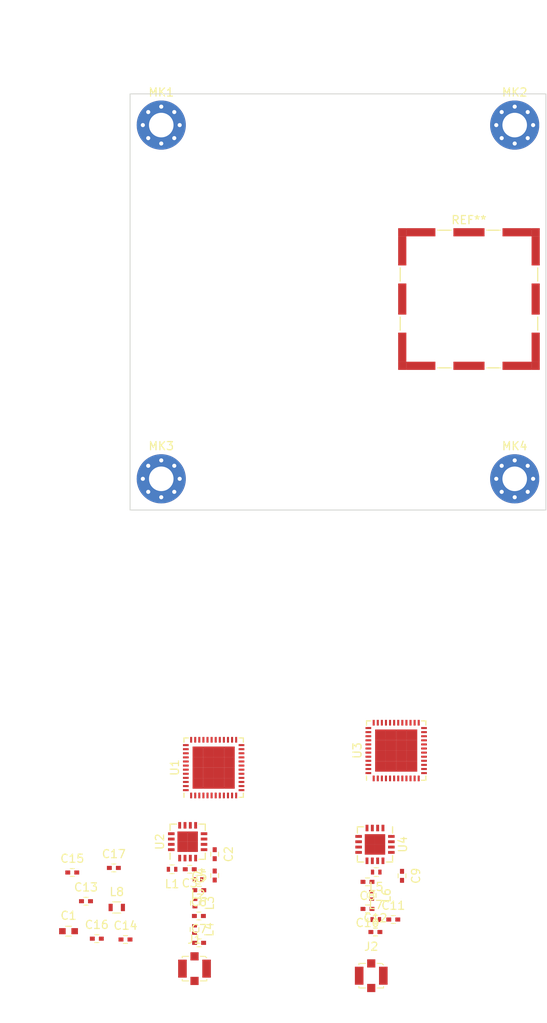
<source format=kicad_pcb>
(kicad_pcb (version 4) (host pcbnew 4.0.5)

  (general
    (links 93)
    (no_connects 93)
    (area 56.135999 67.756059 107.036001 118.656061)
    (thickness 1.6)
    (drawings 14)
    (tracks 0)
    (zones 0)
    (modules 36)
    (nets 138)
  )

  (page A4)
  (layers
    (0 F.Cu signal hide)
    (31 B.Cu signal hide)
    (32 B.Adhes user hide)
    (33 F.Adhes user hide)
    (34 B.Paste user)
    (35 F.Paste user)
    (36 B.SilkS user hide)
    (37 F.SilkS user hide)
    (38 B.Mask user hide)
    (39 F.Mask user hide)
    (40 Dwgs.User user)
    (41 Cmts.User user)
    (42 Eco1.User user)
    (43 Eco2.User user)
    (44 Edge.Cuts user)
    (45 Margin user)
    (46 B.CrtYd user hide)
    (47 F.CrtYd user)
    (48 B.Fab user hide)
    (49 F.Fab user hide)
  )

  (setup
    (last_trace_width 0.25)
    (trace_clearance 0.2)
    (zone_clearance 0.508)
    (zone_45_only no)
    (trace_min 0.13)
    (segment_width 0.2)
    (edge_width 0.1)
    (via_size 0.6)
    (via_drill 0.4)
    (via_min_size 0.465)
    (via_min_drill 0.305)
    (user_via 0.465 0.305)
    (uvia_size 0.3)
    (uvia_drill 0.1)
    (uvias_allowed no)
    (uvia_min_size 0.18)
    (uvia_min_drill 0.1)
    (pcb_text_width 0.3)
    (pcb_text_size 1.5 1.5)
    (mod_edge_width 0.15)
    (mod_text_size 1 1)
    (mod_text_width 0.15)
    (pad_size 1.5 1.5)
    (pad_drill 0.6)
    (pad_to_mask_clearance 0)
    (aux_axis_origin 56.186 118.60606)
    (grid_origin 56.186 118.60606)
    (visible_elements FFFEFF7F)
    (pcbplotparams
      (layerselection 0x00030_80000001)
      (usegerberextensions false)
      (excludeedgelayer true)
      (linewidth 0.100000)
      (plotframeref false)
      (viasonmask false)
      (mode 1)
      (useauxorigin false)
      (hpglpennumber 1)
      (hpglpenspeed 20)
      (hpglpendiameter 15)
      (hpglpenoverlay 2)
      (psnegative false)
      (psa4output false)
      (plotreference true)
      (plotvalue true)
      (plotinvisibletext false)
      (padsonsilk false)
      (subtractmaskfromsilk false)
      (outputformat 1)
      (mirror false)
      (drillshape 1)
      (scaleselection 1)
      (outputdirectory ""))
  )

  (net 0 "")
  (net 1 "Net-(C1-Pad1)")
  (net 2 "Net-(C2-Pad1)")
  (net 3 "Net-(C2-Pad2)")
  (net 4 "Net-(C3-Pad1)")
  (net 5 "Net-(C3-Pad2)")
  (net 6 "Net-(C4-Pad1)")
  (net 7 GND)
  (net 8 "Net-(C6-Pad1)")
  (net 9 "Net-(C7-Pad1)")
  (net 10 "Net-(C8-Pad1)")
  (net 11 "Net-(C9-Pad1)")
  (net 12 "Net-(C10-Pad1)")
  (net 13 "Net-(C11-Pad1)")
  (net 14 "Net-(C12-Pad1)")
  (net 15 "Net-(L1-Pad2)")
  (net 16 "Net-(U1-Pad2)")
  (net 17 "Net-(U1-Pad3)")
  (net 18 "Net-(U1-Pad4)")
  (net 19 "Net-(U1-Pad5)")
  (net 20 "Net-(U1-Pad6)")
  (net 21 "Net-(U1-Pad7)")
  (net 22 "Net-(U1-Pad8)")
  (net 23 "Net-(U1-Pad9)")
  (net 24 "Net-(U1-Pad10)")
  (net 25 "Net-(U1-Pad11)")
  (net 26 "Net-(U1-Pad12)")
  (net 27 "Net-(U1-Pad13)")
  (net 28 "Net-(U1-Pad14)")
  (net 29 "Net-(U1-Pad15)")
  (net 30 "Net-(U1-Pad16)")
  (net 31 "Net-(U1-Pad17)")
  (net 32 "Net-(U1-Pad18)")
  (net 33 "Net-(U1-Pad19)")
  (net 34 "Net-(U1-Pad20)")
  (net 35 "Net-(U1-Pad21)")
  (net 36 "Net-(U1-Pad22)")
  (net 37 "Net-(U1-Pad23)")
  (net 38 "Net-(U1-Pad24)")
  (net 39 "Net-(U1-Pad25)")
  (net 40 "Net-(U1-Pad26)")
  (net 41 "Net-(U1-Pad27)")
  (net 42 "Net-(U1-Pad28)")
  (net 43 "Net-(U1-Pad29)")
  (net 44 "Net-(U1-Pad30)")
  (net 45 "Net-(U1-Pad31)")
  (net 46 "Net-(U1-Pad32)")
  (net 47 "Net-(U1-Pad33)")
  (net 48 "Net-(U1-Pad34)")
  (net 49 "Net-(U1-Pad35)")
  (net 50 "Net-(U1-Pad36)")
  (net 51 "Net-(U1-Pad37)")
  (net 52 "Net-(U1-Pad38)")
  (net 53 "Net-(U1-Pad39)")
  (net 54 "Net-(U1-Pad40)")
  (net 55 "Net-(U1-Pad41)")
  (net 56 "Net-(U1-Pad42)")
  (net 57 "Net-(U1-Pad43)")
  (net 58 "Net-(U1-Pad44)")
  (net 59 "Net-(U1-Pad45)")
  (net 60 "Net-(U1-Pad46)")
  (net 61 "Net-(U1-Pad47)")
  (net 62 "Net-(U1-Pad48)")
  (net 63 "Net-(U3-Pad1)")
  (net 64 "Net-(U3-Pad2)")
  (net 65 "Net-(U3-Pad3)")
  (net 66 "Net-(U3-Pad4)")
  (net 67 "Net-(U3-Pad5)")
  (net 68 "Net-(U3-Pad6)")
  (net 69 "Net-(U3-Pad7)")
  (net 70 "Net-(U3-Pad8)")
  (net 71 "Net-(U3-Pad9)")
  (net 72 "Net-(U3-Pad10)")
  (net 73 "Net-(U3-Pad11)")
  (net 74 "Net-(U3-Pad12)")
  (net 75 "Net-(U3-Pad13)")
  (net 76 "Net-(U3-Pad14)")
  (net 77 "Net-(U3-Pad15)")
  (net 78 "Net-(U3-Pad16)")
  (net 79 "Net-(U3-Pad17)")
  (net 80 "Net-(U3-Pad18)")
  (net 81 "Net-(U3-Pad19)")
  (net 82 "Net-(U3-Pad20)")
  (net 83 "Net-(U3-Pad21)")
  (net 84 "Net-(U3-Pad22)")
  (net 85 "Net-(U3-Pad23)")
  (net 86 "Net-(U3-Pad24)")
  (net 87 "Net-(U3-Pad25)")
  (net 88 "Net-(U3-Pad26)")
  (net 89 "Net-(U3-Pad27)")
  (net 90 "Net-(U3-Pad28)")
  (net 91 "Net-(U3-Pad29)")
  (net 92 "Net-(U3-Pad30)")
  (net 93 "Net-(U3-Pad31)")
  (net 94 "Net-(U3-Pad32)")
  (net 95 "Net-(U3-Pad33)")
  (net 96 "Net-(U3-Pad34)")
  (net 97 "Net-(U3-Pad35)")
  (net 98 "Net-(U3-Pad36)")
  (net 99 "Net-(U3-Pad37)")
  (net 100 "Net-(U3-Pad38)")
  (net 101 "Net-(U3-Pad39)")
  (net 102 "Net-(U3-Pad40)")
  (net 103 "Net-(U3-Pad41)")
  (net 104 "Net-(U3-Pad42)")
  (net 105 "Net-(U3-Pad43)")
  (net 106 "Net-(U3-Pad44)")
  (net 107 "Net-(U3-Pad45)")
  (net 108 "Net-(U3-Pad46)")
  (net 109 "Net-(U3-Pad47)")
  (net 110 "Net-(U3-Pad48)")
  (net 111 "Net-(U3-Pad49)")
  (net 112 "Net-(U4-Pad1)")
  (net 113 "Net-(U4-Pad4)")
  (net 114 "Net-(U4-Pad5)")
  (net 115 "Net-(U4-Pad6)")
  (net 116 "Net-(U4-Pad7)")
  (net 117 "Net-(U4-Pad8)")
  (net 118 "Net-(U4-Pad9)")
  (net 119 "Net-(U4-Pad11)")
  (net 120 "Net-(U4-Pad12)")
  (net 121 "Net-(U4-Pad13)")
  (net 122 "Net-(U4-Pad14)")
  (net 123 "Net-(U4-Pad15)")
  (net 124 "Net-(U4-Pad16)")
  (net 125 "Net-(U4-Pad17)")
  (net 126 "Net-(C13-Pad1)")
  (net 127 "Net-(C14-Pad1)")
  (net 128 "Net-(C14-Pad2)")
  (net 129 "Net-(C15-Pad1)")
  (net 130 "Net-(C16-Pad1)")
  (net 131 "Net-(C17-Pad1)")
  (net 132 "Net-(L8-Pad1)")
  (net 133 "Net-(L8-Pad2)")
  (net 134 "Net-(R1-Pad1)")
  (net 135 "Net-(R2-Pad1)")
  (net 136 "Net-(R3-Pad1)")
  (net 137 "Net-(R4-Pad2)")

  (net_class Default "This is the default net class."
    (clearance 0.2)
    (trace_width 0.25)
    (via_dia 0.6)
    (via_drill 0.4)
    (uvia_dia 0.3)
    (uvia_drill 0.1)
    (add_net GND)
    (add_net "Net-(C1-Pad1)")
    (add_net "Net-(C10-Pad1)")
    (add_net "Net-(C11-Pad1)")
    (add_net "Net-(C12-Pad1)")
    (add_net "Net-(C13-Pad1)")
    (add_net "Net-(C14-Pad1)")
    (add_net "Net-(C14-Pad2)")
    (add_net "Net-(C15-Pad1)")
    (add_net "Net-(C16-Pad1)")
    (add_net "Net-(C17-Pad1)")
    (add_net "Net-(C2-Pad1)")
    (add_net "Net-(C2-Pad2)")
    (add_net "Net-(C3-Pad1)")
    (add_net "Net-(C3-Pad2)")
    (add_net "Net-(C4-Pad1)")
    (add_net "Net-(C6-Pad1)")
    (add_net "Net-(C7-Pad1)")
    (add_net "Net-(C8-Pad1)")
    (add_net "Net-(C9-Pad1)")
    (add_net "Net-(L1-Pad2)")
    (add_net "Net-(L8-Pad1)")
    (add_net "Net-(L8-Pad2)")
    (add_net "Net-(R1-Pad1)")
    (add_net "Net-(R2-Pad1)")
    (add_net "Net-(R3-Pad1)")
    (add_net "Net-(R4-Pad2)")
    (add_net "Net-(U1-Pad10)")
    (add_net "Net-(U1-Pad11)")
    (add_net "Net-(U1-Pad12)")
    (add_net "Net-(U1-Pad13)")
    (add_net "Net-(U1-Pad14)")
    (add_net "Net-(U1-Pad15)")
    (add_net "Net-(U1-Pad16)")
    (add_net "Net-(U1-Pad17)")
    (add_net "Net-(U1-Pad18)")
    (add_net "Net-(U1-Pad19)")
    (add_net "Net-(U1-Pad2)")
    (add_net "Net-(U1-Pad20)")
    (add_net "Net-(U1-Pad21)")
    (add_net "Net-(U1-Pad22)")
    (add_net "Net-(U1-Pad23)")
    (add_net "Net-(U1-Pad24)")
    (add_net "Net-(U1-Pad25)")
    (add_net "Net-(U1-Pad26)")
    (add_net "Net-(U1-Pad27)")
    (add_net "Net-(U1-Pad28)")
    (add_net "Net-(U1-Pad29)")
    (add_net "Net-(U1-Pad3)")
    (add_net "Net-(U1-Pad30)")
    (add_net "Net-(U1-Pad31)")
    (add_net "Net-(U1-Pad32)")
    (add_net "Net-(U1-Pad33)")
    (add_net "Net-(U1-Pad34)")
    (add_net "Net-(U1-Pad35)")
    (add_net "Net-(U1-Pad36)")
    (add_net "Net-(U1-Pad37)")
    (add_net "Net-(U1-Pad38)")
    (add_net "Net-(U1-Pad39)")
    (add_net "Net-(U1-Pad4)")
    (add_net "Net-(U1-Pad40)")
    (add_net "Net-(U1-Pad41)")
    (add_net "Net-(U1-Pad42)")
    (add_net "Net-(U1-Pad43)")
    (add_net "Net-(U1-Pad44)")
    (add_net "Net-(U1-Pad45)")
    (add_net "Net-(U1-Pad46)")
    (add_net "Net-(U1-Pad47)")
    (add_net "Net-(U1-Pad48)")
    (add_net "Net-(U1-Pad5)")
    (add_net "Net-(U1-Pad6)")
    (add_net "Net-(U1-Pad7)")
    (add_net "Net-(U1-Pad8)")
    (add_net "Net-(U1-Pad9)")
    (add_net "Net-(U3-Pad1)")
    (add_net "Net-(U3-Pad10)")
    (add_net "Net-(U3-Pad11)")
    (add_net "Net-(U3-Pad12)")
    (add_net "Net-(U3-Pad13)")
    (add_net "Net-(U3-Pad14)")
    (add_net "Net-(U3-Pad15)")
    (add_net "Net-(U3-Pad16)")
    (add_net "Net-(U3-Pad17)")
    (add_net "Net-(U3-Pad18)")
    (add_net "Net-(U3-Pad19)")
    (add_net "Net-(U3-Pad2)")
    (add_net "Net-(U3-Pad20)")
    (add_net "Net-(U3-Pad21)")
    (add_net "Net-(U3-Pad22)")
    (add_net "Net-(U3-Pad23)")
    (add_net "Net-(U3-Pad24)")
    (add_net "Net-(U3-Pad25)")
    (add_net "Net-(U3-Pad26)")
    (add_net "Net-(U3-Pad27)")
    (add_net "Net-(U3-Pad28)")
    (add_net "Net-(U3-Pad29)")
    (add_net "Net-(U3-Pad3)")
    (add_net "Net-(U3-Pad30)")
    (add_net "Net-(U3-Pad31)")
    (add_net "Net-(U3-Pad32)")
    (add_net "Net-(U3-Pad33)")
    (add_net "Net-(U3-Pad34)")
    (add_net "Net-(U3-Pad35)")
    (add_net "Net-(U3-Pad36)")
    (add_net "Net-(U3-Pad37)")
    (add_net "Net-(U3-Pad38)")
    (add_net "Net-(U3-Pad39)")
    (add_net "Net-(U3-Pad4)")
    (add_net "Net-(U3-Pad40)")
    (add_net "Net-(U3-Pad41)")
    (add_net "Net-(U3-Pad42)")
    (add_net "Net-(U3-Pad43)")
    (add_net "Net-(U3-Pad44)")
    (add_net "Net-(U3-Pad45)")
    (add_net "Net-(U3-Pad46)")
    (add_net "Net-(U3-Pad47)")
    (add_net "Net-(U3-Pad48)")
    (add_net "Net-(U3-Pad49)")
    (add_net "Net-(U3-Pad5)")
    (add_net "Net-(U3-Pad6)")
    (add_net "Net-(U3-Pad7)")
    (add_net "Net-(U3-Pad8)")
    (add_net "Net-(U3-Pad9)")
    (add_net "Net-(U4-Pad1)")
    (add_net "Net-(U4-Pad11)")
    (add_net "Net-(U4-Pad12)")
    (add_net "Net-(U4-Pad13)")
    (add_net "Net-(U4-Pad14)")
    (add_net "Net-(U4-Pad15)")
    (add_net "Net-(U4-Pad16)")
    (add_net "Net-(U4-Pad17)")
    (add_net "Net-(U4-Pad4)")
    (add_net "Net-(U4-Pad5)")
    (add_net "Net-(U4-Pad6)")
    (add_net "Net-(U4-Pad7)")
    (add_net "Net-(U4-Pad8)")
    (add_net "Net-(U4-Pad9)")
  )

  (module Capacitors_SMD:C_0402 (layer F.Cu) (tedit 5415D599) (tstamp 58C2D977)
    (at 66.5238 160.61766 270)
    (descr "Capacitor SMD 0402, reflow soldering, AVX (see smccp.pdf)")
    (tags "capacitor 0402")
    (path /58AA09C2/58AA2A68)
    (attr smd)
    (fp_text reference C2 (at 0 -1.7 270) (layer F.SilkS)
      (effects (font (size 1 1) (thickness 0.15)))
    )
    (fp_text value C (at 0 1.7 270) (layer F.Fab)
      (effects (font (size 1 1) (thickness 0.15)))
    )
    (fp_line (start -0.5 0.25) (end -0.5 -0.25) (layer F.Fab) (width 0.1))
    (fp_line (start 0.5 0.25) (end -0.5 0.25) (layer F.Fab) (width 0.1))
    (fp_line (start 0.5 -0.25) (end 0.5 0.25) (layer F.Fab) (width 0.1))
    (fp_line (start -0.5 -0.25) (end 0.5 -0.25) (layer F.Fab) (width 0.1))
    (fp_line (start -1.15 -0.6) (end 1.15 -0.6) (layer F.CrtYd) (width 0.05))
    (fp_line (start -1.15 0.6) (end 1.15 0.6) (layer F.CrtYd) (width 0.05))
    (fp_line (start -1.15 -0.6) (end -1.15 0.6) (layer F.CrtYd) (width 0.05))
    (fp_line (start 1.15 -0.6) (end 1.15 0.6) (layer F.CrtYd) (width 0.05))
    (fp_line (start 0.25 -0.475) (end -0.25 -0.475) (layer F.SilkS) (width 0.12))
    (fp_line (start -0.25 0.475) (end 0.25 0.475) (layer F.SilkS) (width 0.12))
    (pad 1 smd rect (at -0.55 0 270) (size 0.6 0.5) (layers F.Cu F.Paste F.Mask)
      (net 2 "Net-(C2-Pad1)"))
    (pad 2 smd rect (at 0.55 0 270) (size 0.6 0.5) (layers F.Cu F.Paste F.Mask)
      (net 3 "Net-(C2-Pad2)"))
    (model Capacitors_SMD.3dshapes/C_0402.wrl
      (at (xyz 0 0 0))
      (scale (xyz 1 1 1))
      (rotate (xyz 0 0 0))
    )
  )

  (module Capacitors_SMD:C_0402 (layer F.Cu) (tedit 5415D599) (tstamp 58C2D987)
    (at 63.4758 162.45916 180)
    (descr "Capacitor SMD 0402, reflow soldering, AVX (see smccp.pdf)")
    (tags "capacitor 0402")
    (path /58AA09C2/58AA29A0)
    (attr smd)
    (fp_text reference C3 (at 0 -1.7 180) (layer F.SilkS)
      (effects (font (size 1 1) (thickness 0.15)))
    )
    (fp_text value C (at 0 1.7 180) (layer F.Fab)
      (effects (font (size 1 1) (thickness 0.15)))
    )
    (fp_line (start -0.5 0.25) (end -0.5 -0.25) (layer F.Fab) (width 0.1))
    (fp_line (start 0.5 0.25) (end -0.5 0.25) (layer F.Fab) (width 0.1))
    (fp_line (start 0.5 -0.25) (end 0.5 0.25) (layer F.Fab) (width 0.1))
    (fp_line (start -0.5 -0.25) (end 0.5 -0.25) (layer F.Fab) (width 0.1))
    (fp_line (start -1.15 -0.6) (end 1.15 -0.6) (layer F.CrtYd) (width 0.05))
    (fp_line (start -1.15 0.6) (end 1.15 0.6) (layer F.CrtYd) (width 0.05))
    (fp_line (start -1.15 -0.6) (end -1.15 0.6) (layer F.CrtYd) (width 0.05))
    (fp_line (start 1.15 -0.6) (end 1.15 0.6) (layer F.CrtYd) (width 0.05))
    (fp_line (start 0.25 -0.475) (end -0.25 -0.475) (layer F.SilkS) (width 0.12))
    (fp_line (start -0.25 0.475) (end 0.25 0.475) (layer F.SilkS) (width 0.12))
    (pad 1 smd rect (at -0.55 0 180) (size 0.6 0.5) (layers F.Cu F.Paste F.Mask)
      (net 4 "Net-(C3-Pad1)"))
    (pad 2 smd rect (at 0.55 0 180) (size 0.6 0.5) (layers F.Cu F.Paste F.Mask)
      (net 5 "Net-(C3-Pad2)"))
    (model Capacitors_SMD.3dshapes/C_0402.wrl
      (at (xyz 0 0 0))
      (scale (xyz 1 1 1))
      (rotate (xyz 0 0 0))
    )
  )

  (module Capacitors_SMD:C_0402 (layer F.Cu) (tedit 5415D599) (tstamp 58C2D997)
    (at 66.5238 163.22116 90)
    (descr "Capacitor SMD 0402, reflow soldering, AVX (see smccp.pdf)")
    (tags "capacitor 0402")
    (path /58AA09C2/58AA2ABD)
    (attr smd)
    (fp_text reference C4 (at 0 -1.7 90) (layer F.SilkS)
      (effects (font (size 1 1) (thickness 0.15)))
    )
    (fp_text value C (at 0 1.7 90) (layer F.Fab)
      (effects (font (size 1 1) (thickness 0.15)))
    )
    (fp_line (start -0.5 0.25) (end -0.5 -0.25) (layer F.Fab) (width 0.1))
    (fp_line (start 0.5 0.25) (end -0.5 0.25) (layer F.Fab) (width 0.1))
    (fp_line (start 0.5 -0.25) (end 0.5 0.25) (layer F.Fab) (width 0.1))
    (fp_line (start -0.5 -0.25) (end 0.5 -0.25) (layer F.Fab) (width 0.1))
    (fp_line (start -1.15 -0.6) (end 1.15 -0.6) (layer F.CrtYd) (width 0.05))
    (fp_line (start -1.15 0.6) (end 1.15 0.6) (layer F.CrtYd) (width 0.05))
    (fp_line (start -1.15 -0.6) (end -1.15 0.6) (layer F.CrtYd) (width 0.05))
    (fp_line (start 1.15 -0.6) (end 1.15 0.6) (layer F.CrtYd) (width 0.05))
    (fp_line (start 0.25 -0.475) (end -0.25 -0.475) (layer F.SilkS) (width 0.12))
    (fp_line (start -0.25 0.475) (end 0.25 0.475) (layer F.SilkS) (width 0.12))
    (pad 1 smd rect (at -0.55 0 90) (size 0.6 0.5) (layers F.Cu F.Paste F.Mask)
      (net 6 "Net-(C4-Pad1)"))
    (pad 2 smd rect (at 0.55 0 90) (size 0.6 0.5) (layers F.Cu F.Paste F.Mask)
      (net 3 "Net-(C2-Pad2)"))
    (model Capacitors_SMD.3dshapes/C_0402.wrl
      (at (xyz 0 0 0))
      (scale (xyz 1 1 1))
      (rotate (xyz 0 0 0))
    )
  )

  (module Capacitors_SMD:C_0402 (layer F.Cu) (tedit 5415D599) (tstamp 58C2D9A7)
    (at 64.6442 165.01186)
    (descr "Capacitor SMD 0402, reflow soldering, AVX (see smccp.pdf)")
    (tags "capacitor 0402")
    (path /58AA09C2/58AA272E)
    (attr smd)
    (fp_text reference C5 (at 0 -1.7) (layer F.SilkS)
      (effects (font (size 1 1) (thickness 0.15)))
    )
    (fp_text value C (at 0 1.7) (layer F.Fab)
      (effects (font (size 1 1) (thickness 0.15)))
    )
    (fp_line (start -0.5 0.25) (end -0.5 -0.25) (layer F.Fab) (width 0.1))
    (fp_line (start 0.5 0.25) (end -0.5 0.25) (layer F.Fab) (width 0.1))
    (fp_line (start 0.5 -0.25) (end 0.5 0.25) (layer F.Fab) (width 0.1))
    (fp_line (start -0.5 -0.25) (end 0.5 -0.25) (layer F.Fab) (width 0.1))
    (fp_line (start -1.15 -0.6) (end 1.15 -0.6) (layer F.CrtYd) (width 0.05))
    (fp_line (start -1.15 0.6) (end 1.15 0.6) (layer F.CrtYd) (width 0.05))
    (fp_line (start -1.15 -0.6) (end -1.15 0.6) (layer F.CrtYd) (width 0.05))
    (fp_line (start 1.15 -0.6) (end 1.15 0.6) (layer F.CrtYd) (width 0.05))
    (fp_line (start 0.25 -0.475) (end -0.25 -0.475) (layer F.SilkS) (width 0.12))
    (fp_line (start -0.25 0.475) (end 0.25 0.475) (layer F.SilkS) (width 0.12))
    (pad 1 smd rect (at -0.55 0) (size 0.6 0.5) (layers F.Cu F.Paste F.Mask)
      (net 4 "Net-(C3-Pad1)"))
    (pad 2 smd rect (at 0.55 0) (size 0.6 0.5) (layers F.Cu F.Paste F.Mask)
      (net 7 GND))
    (model Capacitors_SMD.3dshapes/C_0402.wrl
      (at (xyz 0 0 0))
      (scale (xyz 1 1 1))
      (rotate (xyz 0 0 0))
    )
  )

  (module Capacitors_SMD:C_0402 (layer F.Cu) (tedit 5415D599) (tstamp 58C2D9B7)
    (at 64.5934 168.16146)
    (descr "Capacitor SMD 0402, reflow soldering, AVX (see smccp.pdf)")
    (tags "capacitor 0402")
    (path /58AA09C2/58AA35E2)
    (attr smd)
    (fp_text reference C6 (at 0 -1.7) (layer F.SilkS)
      (effects (font (size 1 1) (thickness 0.15)))
    )
    (fp_text value C (at 0 1.7) (layer F.Fab)
      (effects (font (size 1 1) (thickness 0.15)))
    )
    (fp_line (start -0.5 0.25) (end -0.5 -0.25) (layer F.Fab) (width 0.1))
    (fp_line (start 0.5 0.25) (end -0.5 0.25) (layer F.Fab) (width 0.1))
    (fp_line (start 0.5 -0.25) (end 0.5 0.25) (layer F.Fab) (width 0.1))
    (fp_line (start -0.5 -0.25) (end 0.5 -0.25) (layer F.Fab) (width 0.1))
    (fp_line (start -1.15 -0.6) (end 1.15 -0.6) (layer F.CrtYd) (width 0.05))
    (fp_line (start -1.15 0.6) (end 1.15 0.6) (layer F.CrtYd) (width 0.05))
    (fp_line (start -1.15 -0.6) (end -1.15 0.6) (layer F.CrtYd) (width 0.05))
    (fp_line (start 1.15 -0.6) (end 1.15 0.6) (layer F.CrtYd) (width 0.05))
    (fp_line (start 0.25 -0.475) (end -0.25 -0.475) (layer F.SilkS) (width 0.12))
    (fp_line (start -0.25 0.475) (end 0.25 0.475) (layer F.SilkS) (width 0.12))
    (pad 1 smd rect (at -0.55 0) (size 0.6 0.5) (layers F.Cu F.Paste F.Mask)
      (net 8 "Net-(C6-Pad1)"))
    (pad 2 smd rect (at 0.55 0) (size 0.6 0.5) (layers F.Cu F.Paste F.Mask)
      (net 7 GND))
    (model Capacitors_SMD.3dshapes/C_0402.wrl
      (at (xyz 0 0 0))
      (scale (xyz 1 1 1))
      (rotate (xyz 0 0 0))
    )
  )

  (module Capacitors_SMD:C_0402 (layer F.Cu) (tedit 5415D599) (tstamp 58C2D9C7)
    (at 64.6188 171.43806)
    (descr "Capacitor SMD 0402, reflow soldering, AVX (see smccp.pdf)")
    (tags "capacitor 0402")
    (path /58AA09C2/58AA362E)
    (attr smd)
    (fp_text reference C7 (at 0 -1.7) (layer F.SilkS)
      (effects (font (size 1 1) (thickness 0.15)))
    )
    (fp_text value C (at 0 1.7) (layer F.Fab)
      (effects (font (size 1 1) (thickness 0.15)))
    )
    (fp_line (start -0.5 0.25) (end -0.5 -0.25) (layer F.Fab) (width 0.1))
    (fp_line (start 0.5 0.25) (end -0.5 0.25) (layer F.Fab) (width 0.1))
    (fp_line (start 0.5 -0.25) (end 0.5 0.25) (layer F.Fab) (width 0.1))
    (fp_line (start -0.5 -0.25) (end 0.5 -0.25) (layer F.Fab) (width 0.1))
    (fp_line (start -1.15 -0.6) (end 1.15 -0.6) (layer F.CrtYd) (width 0.05))
    (fp_line (start -1.15 0.6) (end 1.15 0.6) (layer F.CrtYd) (width 0.05))
    (fp_line (start -1.15 -0.6) (end -1.15 0.6) (layer F.CrtYd) (width 0.05))
    (fp_line (start 1.15 -0.6) (end 1.15 0.6) (layer F.CrtYd) (width 0.05))
    (fp_line (start 0.25 -0.475) (end -0.25 -0.475) (layer F.SilkS) (width 0.12))
    (fp_line (start -0.25 0.475) (end 0.25 0.475) (layer F.SilkS) (width 0.12))
    (pad 1 smd rect (at -0.55 0) (size 0.6 0.5) (layers F.Cu F.Paste F.Mask)
      (net 9 "Net-(C7-Pad1)"))
    (pad 2 smd rect (at 0.55 0) (size 0.6 0.5) (layers F.Cu F.Paste F.Mask)
      (net 7 GND))
    (model Capacitors_SMD.3dshapes/C_0402.wrl
      (at (xyz 0 0 0))
      (scale (xyz 1 1 1))
      (rotate (xyz 0 0 0))
    )
  )

  (module Capacitors_SMD:C_0402 (layer F.Cu) (tedit 5415D599) (tstamp 58C2D9D7)
    (at 85.1928 163.99586 180)
    (descr "Capacitor SMD 0402, reflow soldering, AVX (see smccp.pdf)")
    (tags "capacitor 0402")
    (path /58AA09C5/58AA688E)
    (attr smd)
    (fp_text reference C8 (at 0 -1.7 180) (layer F.SilkS)
      (effects (font (size 1 1) (thickness 0.15)))
    )
    (fp_text value C (at 0 1.7 180) (layer F.Fab)
      (effects (font (size 1 1) (thickness 0.15)))
    )
    (fp_line (start -0.5 0.25) (end -0.5 -0.25) (layer F.Fab) (width 0.1))
    (fp_line (start 0.5 0.25) (end -0.5 0.25) (layer F.Fab) (width 0.1))
    (fp_line (start 0.5 -0.25) (end 0.5 0.25) (layer F.Fab) (width 0.1))
    (fp_line (start -0.5 -0.25) (end 0.5 -0.25) (layer F.Fab) (width 0.1))
    (fp_line (start -1.15 -0.6) (end 1.15 -0.6) (layer F.CrtYd) (width 0.05))
    (fp_line (start -1.15 0.6) (end 1.15 0.6) (layer F.CrtYd) (width 0.05))
    (fp_line (start -1.15 -0.6) (end -1.15 0.6) (layer F.CrtYd) (width 0.05))
    (fp_line (start 1.15 -0.6) (end 1.15 0.6) (layer F.CrtYd) (width 0.05))
    (fp_line (start 0.25 -0.475) (end -0.25 -0.475) (layer F.SilkS) (width 0.12))
    (fp_line (start -0.25 0.475) (end 0.25 0.475) (layer F.SilkS) (width 0.12))
    (pad 1 smd rect (at -0.55 0 180) (size 0.6 0.5) (layers F.Cu F.Paste F.Mask)
      (net 10 "Net-(C8-Pad1)"))
    (pad 2 smd rect (at 0.55 0 180) (size 0.6 0.5) (layers F.Cu F.Paste F.Mask)
      (net 7 GND))
    (model Capacitors_SMD.3dshapes/C_0402.wrl
      (at (xyz 0 0 0))
      (scale (xyz 1 1 1))
      (rotate (xyz 0 0 0))
    )
  )

  (module Capacitors_SMD:C_0402 (layer F.Cu) (tedit 5415D599) (tstamp 58C2D9E7)
    (at 89.4092 163.25926 270)
    (descr "Capacitor SMD 0402, reflow soldering, AVX (see smccp.pdf)")
    (tags "capacitor 0402")
    (path /58AA09C5/58AA6AD3)
    (attr smd)
    (fp_text reference C9 (at 0 -1.7 270) (layer F.SilkS)
      (effects (font (size 1 1) (thickness 0.15)))
    )
    (fp_text value C (at 0 1.7 270) (layer F.Fab)
      (effects (font (size 1 1) (thickness 0.15)))
    )
    (fp_line (start -0.5 0.25) (end -0.5 -0.25) (layer F.Fab) (width 0.1))
    (fp_line (start 0.5 0.25) (end -0.5 0.25) (layer F.Fab) (width 0.1))
    (fp_line (start 0.5 -0.25) (end 0.5 0.25) (layer F.Fab) (width 0.1))
    (fp_line (start -0.5 -0.25) (end 0.5 -0.25) (layer F.Fab) (width 0.1))
    (fp_line (start -1.15 -0.6) (end 1.15 -0.6) (layer F.CrtYd) (width 0.05))
    (fp_line (start -1.15 0.6) (end 1.15 0.6) (layer F.CrtYd) (width 0.05))
    (fp_line (start -1.15 -0.6) (end -1.15 0.6) (layer F.CrtYd) (width 0.05))
    (fp_line (start 1.15 -0.6) (end 1.15 0.6) (layer F.CrtYd) (width 0.05))
    (fp_line (start 0.25 -0.475) (end -0.25 -0.475) (layer F.SilkS) (width 0.12))
    (fp_line (start -0.25 0.475) (end 0.25 0.475) (layer F.SilkS) (width 0.12))
    (pad 1 smd rect (at -0.55 0 270) (size 0.6 0.5) (layers F.Cu F.Paste F.Mask)
      (net 11 "Net-(C9-Pad1)"))
    (pad 2 smd rect (at 0.55 0 270) (size 0.6 0.5) (layers F.Cu F.Paste F.Mask)
      (net 7 GND))
    (model Capacitors_SMD.3dshapes/C_0402.wrl
      (at (xyz 0 0 0))
      (scale (xyz 1 1 1))
      (rotate (xyz 0 0 0))
    )
  )

  (module Capacitors_SMD:C_0402 (layer F.Cu) (tedit 5415D599) (tstamp 58C2D9F7)
    (at 85.1928 167.29786 180)
    (descr "Capacitor SMD 0402, reflow soldering, AVX (see smccp.pdf)")
    (tags "capacitor 0402")
    (path /58AA09C5/58AA67B1)
    (attr smd)
    (fp_text reference C10 (at 0 -1.7 180) (layer F.SilkS)
      (effects (font (size 1 1) (thickness 0.15)))
    )
    (fp_text value C (at 0 1.7 180) (layer F.Fab)
      (effects (font (size 1 1) (thickness 0.15)))
    )
    (fp_line (start -0.5 0.25) (end -0.5 -0.25) (layer F.Fab) (width 0.1))
    (fp_line (start 0.5 0.25) (end -0.5 0.25) (layer F.Fab) (width 0.1))
    (fp_line (start 0.5 -0.25) (end 0.5 0.25) (layer F.Fab) (width 0.1))
    (fp_line (start -0.5 -0.25) (end 0.5 -0.25) (layer F.Fab) (width 0.1))
    (fp_line (start -1.15 -0.6) (end 1.15 -0.6) (layer F.CrtYd) (width 0.05))
    (fp_line (start -1.15 0.6) (end 1.15 0.6) (layer F.CrtYd) (width 0.05))
    (fp_line (start -1.15 -0.6) (end -1.15 0.6) (layer F.CrtYd) (width 0.05))
    (fp_line (start 1.15 -0.6) (end 1.15 0.6) (layer F.CrtYd) (width 0.05))
    (fp_line (start 0.25 -0.475) (end -0.25 -0.475) (layer F.SilkS) (width 0.12))
    (fp_line (start -0.25 0.475) (end 0.25 0.475) (layer F.SilkS) (width 0.12))
    (pad 1 smd rect (at -0.55 0 180) (size 0.6 0.5) (layers F.Cu F.Paste F.Mask)
      (net 12 "Net-(C10-Pad1)"))
    (pad 2 smd rect (at 0.55 0 180) (size 0.6 0.5) (layers F.Cu F.Paste F.Mask)
      (net 7 GND))
    (model Capacitors_SMD.3dshapes/C_0402.wrl
      (at (xyz 0 0 0))
      (scale (xyz 1 1 1))
      (rotate (xyz 0 0 0))
    )
  )

  (module Capacitors_SMD:C_0402 (layer F.Cu) (tedit 5415D599) (tstamp 58C2DA07)
    (at 88.3424 168.59326)
    (descr "Capacitor SMD 0402, reflow soldering, AVX (see smccp.pdf)")
    (tags "capacitor 0402")
    (path /58AA09C5/58AA6915)
    (attr smd)
    (fp_text reference C11 (at 0 -1.7) (layer F.SilkS)
      (effects (font (size 1 1) (thickness 0.15)))
    )
    (fp_text value C (at 0 1.7) (layer F.Fab)
      (effects (font (size 1 1) (thickness 0.15)))
    )
    (fp_line (start -0.5 0.25) (end -0.5 -0.25) (layer F.Fab) (width 0.1))
    (fp_line (start 0.5 0.25) (end -0.5 0.25) (layer F.Fab) (width 0.1))
    (fp_line (start 0.5 -0.25) (end 0.5 0.25) (layer F.Fab) (width 0.1))
    (fp_line (start -0.5 -0.25) (end 0.5 -0.25) (layer F.Fab) (width 0.1))
    (fp_line (start -1.15 -0.6) (end 1.15 -0.6) (layer F.CrtYd) (width 0.05))
    (fp_line (start -1.15 0.6) (end 1.15 0.6) (layer F.CrtYd) (width 0.05))
    (fp_line (start -1.15 -0.6) (end -1.15 0.6) (layer F.CrtYd) (width 0.05))
    (fp_line (start 1.15 -0.6) (end 1.15 0.6) (layer F.CrtYd) (width 0.05))
    (fp_line (start 0.25 -0.475) (end -0.25 -0.475) (layer F.SilkS) (width 0.12))
    (fp_line (start -0.25 0.475) (end 0.25 0.475) (layer F.SilkS) (width 0.12))
    (pad 1 smd rect (at -0.55 0) (size 0.6 0.5) (layers F.Cu F.Paste F.Mask)
      (net 13 "Net-(C11-Pad1)"))
    (pad 2 smd rect (at 0.55 0) (size 0.6 0.5) (layers F.Cu F.Paste F.Mask)
      (net 7 GND))
    (model Capacitors_SMD.3dshapes/C_0402.wrl
      (at (xyz 0 0 0))
      (scale (xyz 1 1 1))
      (rotate (xyz 0 0 0))
    )
  )

  (module Capacitors_SMD:C_0402 (layer F.Cu) (tedit 5415D599) (tstamp 58C2DA17)
    (at 86.158 170.11726)
    (descr "Capacitor SMD 0402, reflow soldering, AVX (see smccp.pdf)")
    (tags "capacitor 0402")
    (path /58AA09C5/58AA6944)
    (attr smd)
    (fp_text reference C12 (at 0 -1.7) (layer F.SilkS)
      (effects (font (size 1 1) (thickness 0.15)))
    )
    (fp_text value C (at 0 1.7) (layer F.Fab)
      (effects (font (size 1 1) (thickness 0.15)))
    )
    (fp_line (start -0.5 0.25) (end -0.5 -0.25) (layer F.Fab) (width 0.1))
    (fp_line (start 0.5 0.25) (end -0.5 0.25) (layer F.Fab) (width 0.1))
    (fp_line (start 0.5 -0.25) (end 0.5 0.25) (layer F.Fab) (width 0.1))
    (fp_line (start -0.5 -0.25) (end 0.5 -0.25) (layer F.Fab) (width 0.1))
    (fp_line (start -1.15 -0.6) (end 1.15 -0.6) (layer F.CrtYd) (width 0.05))
    (fp_line (start -1.15 0.6) (end 1.15 0.6) (layer F.CrtYd) (width 0.05))
    (fp_line (start -1.15 -0.6) (end -1.15 0.6) (layer F.CrtYd) (width 0.05))
    (fp_line (start 1.15 -0.6) (end 1.15 0.6) (layer F.CrtYd) (width 0.05))
    (fp_line (start 0.25 -0.475) (end -0.25 -0.475) (layer F.SilkS) (width 0.12))
    (fp_line (start -0.25 0.475) (end 0.25 0.475) (layer F.SilkS) (width 0.12))
    (pad 1 smd rect (at -0.55 0) (size 0.6 0.5) (layers F.Cu F.Paste F.Mask)
      (net 14 "Net-(C12-Pad1)"))
    (pad 2 smd rect (at 0.55 0) (size 0.6 0.5) (layers F.Cu F.Paste F.Mask)
      (net 13 "Net-(C11-Pad1)"))
    (model Capacitors_SMD.3dshapes/C_0402.wrl
      (at (xyz 0 0 0))
      (scale (xyz 1 1 1))
      (rotate (xyz 0 0 0))
    )
  )

  (module Connectors_Molex:Molex_Microcoaxial_RF (layer F.Cu) (tedit 5884C15F) (tstamp 58C2DA34)
    (at 64.06 174.58766 180)
    (descr "Molex Microcoaxial RF, mates Hirose U.FL, http://www.molex.com/pdm_docs/sd/734120110_sd.pdf")
    (tags "mcrf hirose ufl u.fl microcoaxial")
    (path /58AA09C2/58AA1973)
    (attr smd)
    (fp_text reference J1 (at 0 3.556 180) (layer F.SilkS)
      (effects (font (size 1 1) (thickness 0.15)))
    )
    (fp_text value CONN_COAXIAL (at 0 -3.302 180) (layer F.Fab)
      (effects (font (size 1 1) (thickness 0.15)))
    )
    (fp_circle (center 0 0) (end 0 0.05) (layer F.Fab) (width 0.1))
    (fp_circle (center 0 0) (end 0 0.125) (layer F.Fab) (width 0.1))
    (fp_line (start -0.7 1.5) (end -1.3 1.5) (layer F.SilkS) (width 0.12))
    (fp_line (start -1.3 1.5) (end -1.5 1.3) (layer F.SilkS) (width 0.12))
    (fp_line (start 1.5 1.3) (end 1.5 1.5) (layer F.SilkS) (width 0.12))
    (fp_line (start 1.5 1.5) (end 0.7 1.5) (layer F.SilkS) (width 0.12))
    (fp_line (start 0.7 -1.5) (end 1.5 -1.5) (layer F.SilkS) (width 0.12))
    (fp_line (start 1.5 -1.5) (end 1.5 -1.3) (layer F.SilkS) (width 0.12))
    (fp_line (start -1.5 -1.3) (end -1.5 -1.5) (layer F.SilkS) (width 0.12))
    (fp_line (start -1.5 -1.5) (end -0.7 -1.5) (layer F.SilkS) (width 0.12))
    (fp_circle (center 0 0) (end 1 0) (layer F.Fab) (width 0.1))
    (fp_line (start -1.3 -1.3) (end 1.3 -1.3) (layer F.Fab) (width 0.1))
    (fp_line (start -1.3 -1.3) (end -1.3 1) (layer F.Fab) (width 0.1))
    (fp_line (start -1.3 1) (end -1 1.3) (layer F.Fab) (width 0.1))
    (fp_line (start 1.3 -1.3) (end 1.3 1.3) (layer F.Fab) (width 0.1))
    (fp_line (start -2.5 -2.5) (end -2.5 2.5) (layer F.CrtYd) (width 0.05))
    (fp_line (start -2.5 2.5) (end 2.5 2.5) (layer F.CrtYd) (width 0.05))
    (fp_line (start 2.5 2.5) (end 2.5 -2.5) (layer F.CrtYd) (width 0.05))
    (fp_line (start 2.5 -2.5) (end -2.5 -2.5) (layer F.CrtYd) (width 0.05))
    (fp_line (start -1 1.3) (end 1.3 1.3) (layer F.Fab) (width 0.1))
    (fp_circle (center 0 0) (end 0 0.2) (layer F.Fab) (width 0.1))
    (pad 2 smd rect (at -1.475 0 180) (size 1.05 2.2) (layers F.Cu F.Paste F.Mask)
      (net 7 GND))
    (pad 2 smd rect (at 1.475 0 180) (size 1.05 2.2) (layers F.Cu F.Paste F.Mask)
      (net 7 GND))
    (pad 2 smd rect (at 0 -1.5 180) (size 1 1) (layers F.Cu F.Paste F.Mask)
      (net 7 GND))
    (pad 1 smd rect (at 0 1.5 180) (size 1 1) (layers F.Cu F.Paste F.Mask)
      (net 9 "Net-(C7-Pad1)"))
  )

  (module Connectors_Molex:Molex_Microcoaxial_RF (layer F.Cu) (tedit 5884C15F) (tstamp 58C2DA51)
    (at 85.65 175.45126 180)
    (descr "Molex Microcoaxial RF, mates Hirose U.FL, http://www.molex.com/pdm_docs/sd/734120110_sd.pdf")
    (tags "mcrf hirose ufl u.fl microcoaxial")
    (path /58AA09C5/58AA6D9C)
    (attr smd)
    (fp_text reference J2 (at 0 3.556 180) (layer F.SilkS)
      (effects (font (size 1 1) (thickness 0.15)))
    )
    (fp_text value CONN_COAXIAL (at 0 -3.302 180) (layer F.Fab)
      (effects (font (size 1 1) (thickness 0.15)))
    )
    (fp_circle (center 0 0) (end 0 0.05) (layer F.Fab) (width 0.1))
    (fp_circle (center 0 0) (end 0 0.125) (layer F.Fab) (width 0.1))
    (fp_line (start -0.7 1.5) (end -1.3 1.5) (layer F.SilkS) (width 0.12))
    (fp_line (start -1.3 1.5) (end -1.5 1.3) (layer F.SilkS) (width 0.12))
    (fp_line (start 1.5 1.3) (end 1.5 1.5) (layer F.SilkS) (width 0.12))
    (fp_line (start 1.5 1.5) (end 0.7 1.5) (layer F.SilkS) (width 0.12))
    (fp_line (start 0.7 -1.5) (end 1.5 -1.5) (layer F.SilkS) (width 0.12))
    (fp_line (start 1.5 -1.5) (end 1.5 -1.3) (layer F.SilkS) (width 0.12))
    (fp_line (start -1.5 -1.3) (end -1.5 -1.5) (layer F.SilkS) (width 0.12))
    (fp_line (start -1.5 -1.5) (end -0.7 -1.5) (layer F.SilkS) (width 0.12))
    (fp_circle (center 0 0) (end 1 0) (layer F.Fab) (width 0.1))
    (fp_line (start -1.3 -1.3) (end 1.3 -1.3) (layer F.Fab) (width 0.1))
    (fp_line (start -1.3 -1.3) (end -1.3 1) (layer F.Fab) (width 0.1))
    (fp_line (start -1.3 1) (end -1 1.3) (layer F.Fab) (width 0.1))
    (fp_line (start 1.3 -1.3) (end 1.3 1.3) (layer F.Fab) (width 0.1))
    (fp_line (start -2.5 -2.5) (end -2.5 2.5) (layer F.CrtYd) (width 0.05))
    (fp_line (start -2.5 2.5) (end 2.5 2.5) (layer F.CrtYd) (width 0.05))
    (fp_line (start 2.5 2.5) (end 2.5 -2.5) (layer F.CrtYd) (width 0.05))
    (fp_line (start 2.5 -2.5) (end -2.5 -2.5) (layer F.CrtYd) (width 0.05))
    (fp_line (start -1 1.3) (end 1.3 1.3) (layer F.Fab) (width 0.1))
    (fp_circle (center 0 0) (end 0 0.2) (layer F.Fab) (width 0.1))
    (pad 2 smd rect (at -1.475 0 180) (size 1.05 2.2) (layers F.Cu F.Paste F.Mask)
      (net 7 GND))
    (pad 2 smd rect (at 1.475 0 180) (size 1.05 2.2) (layers F.Cu F.Paste F.Mask)
      (net 7 GND))
    (pad 2 smd rect (at 0 -1.5 180) (size 1 1) (layers F.Cu F.Paste F.Mask)
      (net 7 GND))
    (pad 1 smd rect (at 0 1.5 180) (size 1 1) (layers F.Cu F.Paste F.Mask)
      (net 14 "Net-(C12-Pad1)"))
  )

  (module Inductors_SMD:L_0402 (layer F.Cu) (tedit 58307A8A) (tstamp 58C2DA61)
    (at 61.3168 162.45916 180)
    (descr "Resistor SMD 0402, reflow soldering, Vishay (see dcrcw.pdf)")
    (tags "resistor 0402")
    (path /58AA09C2/58AA27A9)
    (attr smd)
    (fp_text reference L1 (at 0 -1.8 180) (layer F.SilkS)
      (effects (font (size 1 1) (thickness 0.15)))
    )
    (fp_text value L (at 0 1.8 180) (layer F.Fab)
      (effects (font (size 1 1) (thickness 0.15)))
    )
    (fp_line (start -0.5 0.25) (end -0.5 -0.25) (layer F.Fab) (width 0.1))
    (fp_line (start 0.5 0.25) (end -0.5 0.25) (layer F.Fab) (width 0.1))
    (fp_line (start 0.5 -0.25) (end 0.5 0.25) (layer F.Fab) (width 0.1))
    (fp_line (start -0.5 -0.25) (end 0.5 -0.25) (layer F.Fab) (width 0.1))
    (fp_line (start -0.95 -0.65) (end 0.95 -0.65) (layer F.CrtYd) (width 0.05))
    (fp_line (start -0.95 0.65) (end 0.95 0.65) (layer F.CrtYd) (width 0.05))
    (fp_line (start -0.95 -0.65) (end -0.95 0.65) (layer F.CrtYd) (width 0.05))
    (fp_line (start 0.95 -0.65) (end 0.95 0.65) (layer F.CrtYd) (width 0.05))
    (fp_line (start 0.25 -0.53) (end -0.25 -0.53) (layer F.SilkS) (width 0.12))
    (fp_line (start -0.25 0.53) (end 0.25 0.53) (layer F.SilkS) (width 0.12))
    (pad 1 smd rect (at -0.45 0 180) (size 0.4 0.6) (layers F.Cu F.Paste F.Mask)
      (net 5 "Net-(C3-Pad2)"))
    (pad 2 smd rect (at 0.45 0 180) (size 0.4 0.6) (layers F.Cu F.Paste F.Mask)
      (net 15 "Net-(L1-Pad2)"))
    (model Inductors_SMD.3dshapes\L_0402.wrl
      (at (xyz 0 0 0))
      (scale (xyz 1 1 1))
      (rotate (xyz 0 0 0))
    )
  )

  (module Inductors_SMD:L_0402 (layer F.Cu) (tedit 58307A8A) (tstamp 58C2DA71)
    (at 64.4918 163.72916 180)
    (descr "Resistor SMD 0402, reflow soldering, Vishay (see dcrcw.pdf)")
    (tags "resistor 0402")
    (path /58AA09C2/58AA2B17)
    (attr smd)
    (fp_text reference L2 (at 0 -1.8 180) (layer F.SilkS)
      (effects (font (size 1 1) (thickness 0.15)))
    )
    (fp_text value L (at 0 1.8 180) (layer F.Fab)
      (effects (font (size 1 1) (thickness 0.15)))
    )
    (fp_line (start -0.5 0.25) (end -0.5 -0.25) (layer F.Fab) (width 0.1))
    (fp_line (start 0.5 0.25) (end -0.5 0.25) (layer F.Fab) (width 0.1))
    (fp_line (start 0.5 -0.25) (end 0.5 0.25) (layer F.Fab) (width 0.1))
    (fp_line (start -0.5 -0.25) (end 0.5 -0.25) (layer F.Fab) (width 0.1))
    (fp_line (start -0.95 -0.65) (end 0.95 -0.65) (layer F.CrtYd) (width 0.05))
    (fp_line (start -0.95 0.65) (end 0.95 0.65) (layer F.CrtYd) (width 0.05))
    (fp_line (start -0.95 -0.65) (end -0.95 0.65) (layer F.CrtYd) (width 0.05))
    (fp_line (start 0.95 -0.65) (end 0.95 0.65) (layer F.CrtYd) (width 0.05))
    (fp_line (start 0.25 -0.53) (end -0.25 -0.53) (layer F.SilkS) (width 0.12))
    (fp_line (start -0.25 0.53) (end 0.25 0.53) (layer F.SilkS) (width 0.12))
    (pad 1 smd rect (at -0.45 0 180) (size 0.4 0.6) (layers F.Cu F.Paste F.Mask)
      (net 6 "Net-(C4-Pad1)"))
    (pad 2 smd rect (at 0.45 0 180) (size 0.4 0.6) (layers F.Cu F.Paste F.Mask)
      (net 4 "Net-(C3-Pad1)"))
    (model Inductors_SMD.3dshapes\L_0402.wrl
      (at (xyz 0 0 0))
      (scale (xyz 1 1 1))
      (rotate (xyz 0 0 0))
    )
  )

  (module Inductors_SMD:L_0402 (layer F.Cu) (tedit 58307A8A) (tstamp 58C2DA81)
    (at 64.1108 166.58666 270)
    (descr "Resistor SMD 0402, reflow soldering, Vishay (see dcrcw.pdf)")
    (tags "resistor 0402")
    (path /58AA09C2/58AA3388)
    (attr smd)
    (fp_text reference L3 (at 0 -1.8 270) (layer F.SilkS)
      (effects (font (size 1 1) (thickness 0.15)))
    )
    (fp_text value L (at 0 1.8 270) (layer F.Fab)
      (effects (font (size 1 1) (thickness 0.15)))
    )
    (fp_line (start -0.5 0.25) (end -0.5 -0.25) (layer F.Fab) (width 0.1))
    (fp_line (start 0.5 0.25) (end -0.5 0.25) (layer F.Fab) (width 0.1))
    (fp_line (start 0.5 -0.25) (end 0.5 0.25) (layer F.Fab) (width 0.1))
    (fp_line (start -0.5 -0.25) (end 0.5 -0.25) (layer F.Fab) (width 0.1))
    (fp_line (start -0.95 -0.65) (end 0.95 -0.65) (layer F.CrtYd) (width 0.05))
    (fp_line (start -0.95 0.65) (end 0.95 0.65) (layer F.CrtYd) (width 0.05))
    (fp_line (start -0.95 -0.65) (end -0.95 0.65) (layer F.CrtYd) (width 0.05))
    (fp_line (start 0.95 -0.65) (end 0.95 0.65) (layer F.CrtYd) (width 0.05))
    (fp_line (start 0.25 -0.53) (end -0.25 -0.53) (layer F.SilkS) (width 0.12))
    (fp_line (start -0.25 0.53) (end 0.25 0.53) (layer F.SilkS) (width 0.12))
    (pad 1 smd rect (at -0.45 0 270) (size 0.4 0.6) (layers F.Cu F.Paste F.Mask)
      (net 4 "Net-(C3-Pad1)"))
    (pad 2 smd rect (at 0.45 0 270) (size 0.4 0.6) (layers F.Cu F.Paste F.Mask)
      (net 8 "Net-(C6-Pad1)"))
    (model Inductors_SMD.3dshapes\L_0402.wrl
      (at (xyz 0 0 0))
      (scale (xyz 1 1 1))
      (rotate (xyz 0 0 0))
    )
  )

  (module Inductors_SMD:L_0402 (layer F.Cu) (tedit 58307A8A) (tstamp 58C2DA91)
    (at 64.06 169.81246 270)
    (descr "Resistor SMD 0402, reflow soldering, Vishay (see dcrcw.pdf)")
    (tags "resistor 0402")
    (path /58AA09C2/58AA3558)
    (attr smd)
    (fp_text reference L4 (at 0 -1.8 270) (layer F.SilkS)
      (effects (font (size 1 1) (thickness 0.15)))
    )
    (fp_text value L (at 0 1.8 270) (layer F.Fab)
      (effects (font (size 1 1) (thickness 0.15)))
    )
    (fp_line (start -0.5 0.25) (end -0.5 -0.25) (layer F.Fab) (width 0.1))
    (fp_line (start 0.5 0.25) (end -0.5 0.25) (layer F.Fab) (width 0.1))
    (fp_line (start 0.5 -0.25) (end 0.5 0.25) (layer F.Fab) (width 0.1))
    (fp_line (start -0.5 -0.25) (end 0.5 -0.25) (layer F.Fab) (width 0.1))
    (fp_line (start -0.95 -0.65) (end 0.95 -0.65) (layer F.CrtYd) (width 0.05))
    (fp_line (start -0.95 0.65) (end 0.95 0.65) (layer F.CrtYd) (width 0.05))
    (fp_line (start -0.95 -0.65) (end -0.95 0.65) (layer F.CrtYd) (width 0.05))
    (fp_line (start 0.95 -0.65) (end 0.95 0.65) (layer F.CrtYd) (width 0.05))
    (fp_line (start 0.25 -0.53) (end -0.25 -0.53) (layer F.SilkS) (width 0.12))
    (fp_line (start -0.25 0.53) (end 0.25 0.53) (layer F.SilkS) (width 0.12))
    (pad 1 smd rect (at -0.45 0 270) (size 0.4 0.6) (layers F.Cu F.Paste F.Mask)
      (net 8 "Net-(C6-Pad1)"))
    (pad 2 smd rect (at 0.45 0 270) (size 0.4 0.6) (layers F.Cu F.Paste F.Mask)
      (net 9 "Net-(C7-Pad1)"))
    (model Inductors_SMD.3dshapes\L_0402.wrl
      (at (xyz 0 0 0))
      (scale (xyz 1 1 1))
      (rotate (xyz 0 0 0))
    )
  )

  (module Inductors_SMD:L_0402 (layer F.Cu) (tedit 58307A8A) (tstamp 58C2DAA1)
    (at 86.2596 162.80206 180)
    (descr "Resistor SMD 0402, reflow soldering, Vishay (see dcrcw.pdf)")
    (tags "resistor 0402")
    (path /58AA09C5/58AA6A28)
    (attr smd)
    (fp_text reference L5 (at 0 -1.8 180) (layer F.SilkS)
      (effects (font (size 1 1) (thickness 0.15)))
    )
    (fp_text value L (at 0 1.8 180) (layer F.Fab)
      (effects (font (size 1 1) (thickness 0.15)))
    )
    (fp_line (start -0.5 0.25) (end -0.5 -0.25) (layer F.Fab) (width 0.1))
    (fp_line (start 0.5 0.25) (end -0.5 0.25) (layer F.Fab) (width 0.1))
    (fp_line (start 0.5 -0.25) (end 0.5 0.25) (layer F.Fab) (width 0.1))
    (fp_line (start -0.5 -0.25) (end 0.5 -0.25) (layer F.Fab) (width 0.1))
    (fp_line (start -0.95 -0.65) (end 0.95 -0.65) (layer F.CrtYd) (width 0.05))
    (fp_line (start -0.95 0.65) (end 0.95 0.65) (layer F.CrtYd) (width 0.05))
    (fp_line (start -0.95 -0.65) (end -0.95 0.65) (layer F.CrtYd) (width 0.05))
    (fp_line (start 0.95 -0.65) (end 0.95 0.65) (layer F.CrtYd) (width 0.05))
    (fp_line (start 0.25 -0.53) (end -0.25 -0.53) (layer F.SilkS) (width 0.12))
    (fp_line (start -0.25 0.53) (end 0.25 0.53) (layer F.SilkS) (width 0.12))
    (pad 1 smd rect (at -0.45 0 180) (size 0.4 0.6) (layers F.Cu F.Paste F.Mask)
      (net 11 "Net-(C9-Pad1)"))
    (pad 2 smd rect (at 0.45 0 180) (size 0.4 0.6) (layers F.Cu F.Paste F.Mask)
      (net 10 "Net-(C8-Pad1)"))
    (model Inductors_SMD.3dshapes\L_0402.wrl
      (at (xyz 0 0 0))
      (scale (xyz 1 1 1))
      (rotate (xyz 0 0 0))
    )
  )

  (module Inductors_SMD:L_0402 (layer F.Cu) (tedit 58307A8A) (tstamp 58C2DAB1)
    (at 85.7008 165.64686 270)
    (descr "Resistor SMD 0402, reflow soldering, Vishay (see dcrcw.pdf)")
    (tags "resistor 0402")
    (path /58AA09C5/58AA66EA)
    (attr smd)
    (fp_text reference L6 (at 0 -1.8 270) (layer F.SilkS)
      (effects (font (size 1 1) (thickness 0.15)))
    )
    (fp_text value L (at 0 1.8 270) (layer F.Fab)
      (effects (font (size 1 1) (thickness 0.15)))
    )
    (fp_line (start -0.5 0.25) (end -0.5 -0.25) (layer F.Fab) (width 0.1))
    (fp_line (start 0.5 0.25) (end -0.5 0.25) (layer F.Fab) (width 0.1))
    (fp_line (start 0.5 -0.25) (end 0.5 0.25) (layer F.Fab) (width 0.1))
    (fp_line (start -0.5 -0.25) (end 0.5 -0.25) (layer F.Fab) (width 0.1))
    (fp_line (start -0.95 -0.65) (end 0.95 -0.65) (layer F.CrtYd) (width 0.05))
    (fp_line (start -0.95 0.65) (end 0.95 0.65) (layer F.CrtYd) (width 0.05))
    (fp_line (start -0.95 -0.65) (end -0.95 0.65) (layer F.CrtYd) (width 0.05))
    (fp_line (start 0.95 -0.65) (end 0.95 0.65) (layer F.CrtYd) (width 0.05))
    (fp_line (start 0.25 -0.53) (end -0.25 -0.53) (layer F.SilkS) (width 0.12))
    (fp_line (start -0.25 0.53) (end 0.25 0.53) (layer F.SilkS) (width 0.12))
    (pad 1 smd rect (at -0.45 0 270) (size 0.4 0.6) (layers F.Cu F.Paste F.Mask)
      (net 10 "Net-(C8-Pad1)"))
    (pad 2 smd rect (at 0.45 0 270) (size 0.4 0.6) (layers F.Cu F.Paste F.Mask)
      (net 12 "Net-(C10-Pad1)"))
    (model Inductors_SMD.3dshapes\L_0402.wrl
      (at (xyz 0 0 0))
      (scale (xyz 1 1 1))
      (rotate (xyz 0 0 0))
    )
  )

  (module Inductors_SMD:L_0402 (layer F.Cu) (tedit 58307A8A) (tstamp 58C2DAC1)
    (at 86.2088 168.59326)
    (descr "Resistor SMD 0402, reflow soldering, Vishay (see dcrcw.pdf)")
    (tags "resistor 0402")
    (path /58AA09C5/58AA68E1)
    (attr smd)
    (fp_text reference L7 (at 0 -1.8) (layer F.SilkS)
      (effects (font (size 1 1) (thickness 0.15)))
    )
    (fp_text value L (at 0 1.8) (layer F.Fab)
      (effects (font (size 1 1) (thickness 0.15)))
    )
    (fp_line (start -0.5 0.25) (end -0.5 -0.25) (layer F.Fab) (width 0.1))
    (fp_line (start 0.5 0.25) (end -0.5 0.25) (layer F.Fab) (width 0.1))
    (fp_line (start 0.5 -0.25) (end 0.5 0.25) (layer F.Fab) (width 0.1))
    (fp_line (start -0.5 -0.25) (end 0.5 -0.25) (layer F.Fab) (width 0.1))
    (fp_line (start -0.95 -0.65) (end 0.95 -0.65) (layer F.CrtYd) (width 0.05))
    (fp_line (start -0.95 0.65) (end 0.95 0.65) (layer F.CrtYd) (width 0.05))
    (fp_line (start -0.95 -0.65) (end -0.95 0.65) (layer F.CrtYd) (width 0.05))
    (fp_line (start 0.95 -0.65) (end 0.95 0.65) (layer F.CrtYd) (width 0.05))
    (fp_line (start 0.25 -0.53) (end -0.25 -0.53) (layer F.SilkS) (width 0.12))
    (fp_line (start -0.25 0.53) (end 0.25 0.53) (layer F.SilkS) (width 0.12))
    (pad 1 smd rect (at -0.45 0) (size 0.4 0.6) (layers F.Cu F.Paste F.Mask)
      (net 12 "Net-(C10-Pad1)"))
    (pad 2 smd rect (at 0.45 0) (size 0.4 0.6) (layers F.Cu F.Paste F.Mask)
      (net 13 "Net-(C11-Pad1)"))
    (model Inductors_SMD.3dshapes\L_0402.wrl
      (at (xyz 0 0 0))
      (scale (xyz 1 1 1))
      (rotate (xyz 0 0 0))
    )
  )

  (module Housings_DFN_QFN:QFN-48-1EP_7x7mm_Pitch0.5mm (layer F.Cu) (tedit 54130A77) (tstamp 58C2DB15)
    (at 66.3968 150.05126 90)
    (descr "UK Package; 48-Lead Plastic QFN (7mm x 7mm); (see Linear Technology QFN_48_05-08-1704.pdf)")
    (tags "QFN 0.5")
    (path /58AA09C2/58AA1B95)
    (attr smd)
    (fp_text reference U1 (at 0 -4.75 90) (layer F.SilkS)
      (effects (font (size 1 1) (thickness 0.15)))
    )
    (fp_text value CC1310F128RGZR (at 0 4.75 90) (layer F.Fab)
      (effects (font (size 1 1) (thickness 0.15)))
    )
    (fp_line (start -2.5 -3.5) (end 3.5 -3.5) (layer F.Fab) (width 0.15))
    (fp_line (start 3.5 -3.5) (end 3.5 3.5) (layer F.Fab) (width 0.15))
    (fp_line (start 3.5 3.5) (end -3.5 3.5) (layer F.Fab) (width 0.15))
    (fp_line (start -3.5 3.5) (end -3.5 -2.5) (layer F.Fab) (width 0.15))
    (fp_line (start -3.5 -2.5) (end -2.5 -3.5) (layer F.Fab) (width 0.15))
    (fp_line (start -4 -4) (end -4 4) (layer F.CrtYd) (width 0.05))
    (fp_line (start 4 -4) (end 4 4) (layer F.CrtYd) (width 0.05))
    (fp_line (start -4 -4) (end 4 -4) (layer F.CrtYd) (width 0.05))
    (fp_line (start -4 4) (end 4 4) (layer F.CrtYd) (width 0.05))
    (fp_line (start 3.625 -3.625) (end 3.625 -3.1) (layer F.SilkS) (width 0.15))
    (fp_line (start -3.625 3.625) (end -3.625 3.1) (layer F.SilkS) (width 0.15))
    (fp_line (start 3.625 3.625) (end 3.625 3.1) (layer F.SilkS) (width 0.15))
    (fp_line (start -3.625 -3.625) (end -3.1 -3.625) (layer F.SilkS) (width 0.15))
    (fp_line (start -3.625 3.625) (end -3.1 3.625) (layer F.SilkS) (width 0.15))
    (fp_line (start 3.625 3.625) (end 3.1 3.625) (layer F.SilkS) (width 0.15))
    (fp_line (start 3.625 -3.625) (end 3.1 -3.625) (layer F.SilkS) (width 0.15))
    (pad 1 smd rect (at -3.4 -2.75 90) (size 0.7 0.25) (layers F.Cu F.Paste F.Mask)
      (net 128 "Net-(C14-Pad2)"))
    (pad 2 smd rect (at -3.4 -2.25 90) (size 0.7 0.25) (layers F.Cu F.Paste F.Mask)
      (net 16 "Net-(U1-Pad2)"))
    (pad 3 smd rect (at -3.4 -1.75 90) (size 0.7 0.25) (layers F.Cu F.Paste F.Mask)
      (net 17 "Net-(U1-Pad3)"))
    (pad 4 smd rect (at -3.4 -1.25 90) (size 0.7 0.25) (layers F.Cu F.Paste F.Mask)
      (net 18 "Net-(U1-Pad4)"))
    (pad 5 smd rect (at -3.4 -0.75 90) (size 0.7 0.25) (layers F.Cu F.Paste F.Mask)
      (net 19 "Net-(U1-Pad5)"))
    (pad 6 smd rect (at -3.4 -0.25 90) (size 0.7 0.25) (layers F.Cu F.Paste F.Mask)
      (net 20 "Net-(U1-Pad6)"))
    (pad 7 smd rect (at -3.4 0.25 90) (size 0.7 0.25) (layers F.Cu F.Paste F.Mask)
      (net 21 "Net-(U1-Pad7)"))
    (pad 8 smd rect (at -3.4 0.75 90) (size 0.7 0.25) (layers F.Cu F.Paste F.Mask)
      (net 22 "Net-(U1-Pad8)"))
    (pad 9 smd rect (at -3.4 1.25 90) (size 0.7 0.25) (layers F.Cu F.Paste F.Mask)
      (net 23 "Net-(U1-Pad9)"))
    (pad 10 smd rect (at -3.4 1.75 90) (size 0.7 0.25) (layers F.Cu F.Paste F.Mask)
      (net 24 "Net-(U1-Pad10)"))
    (pad 11 smd rect (at -3.4 2.25 90) (size 0.7 0.25) (layers F.Cu F.Paste F.Mask)
      (net 25 "Net-(U1-Pad11)"))
    (pad 12 smd rect (at -3.4 2.75 90) (size 0.7 0.25) (layers F.Cu F.Paste F.Mask)
      (net 26 "Net-(U1-Pad12)"))
    (pad 13 smd rect (at -2.75 3.4 180) (size 0.7 0.25) (layers F.Cu F.Paste F.Mask)
      (net 27 "Net-(U1-Pad13)"))
    (pad 14 smd rect (at -2.25 3.4 180) (size 0.7 0.25) (layers F.Cu F.Paste F.Mask)
      (net 28 "Net-(U1-Pad14)"))
    (pad 15 smd rect (at -1.75 3.4 180) (size 0.7 0.25) (layers F.Cu F.Paste F.Mask)
      (net 29 "Net-(U1-Pad15)"))
    (pad 16 smd rect (at -1.25 3.4 180) (size 0.7 0.25) (layers F.Cu F.Paste F.Mask)
      (net 30 "Net-(U1-Pad16)"))
    (pad 17 smd rect (at -0.75 3.4 180) (size 0.7 0.25) (layers F.Cu F.Paste F.Mask)
      (net 31 "Net-(U1-Pad17)"))
    (pad 18 smd rect (at -0.25 3.4 180) (size 0.7 0.25) (layers F.Cu F.Paste F.Mask)
      (net 32 "Net-(U1-Pad18)"))
    (pad 19 smd rect (at 0.25 3.4 180) (size 0.7 0.25) (layers F.Cu F.Paste F.Mask)
      (net 33 "Net-(U1-Pad19)"))
    (pad 20 smd rect (at 0.75 3.4 180) (size 0.7 0.25) (layers F.Cu F.Paste F.Mask)
      (net 34 "Net-(U1-Pad20)"))
    (pad 21 smd rect (at 1.25 3.4 180) (size 0.7 0.25) (layers F.Cu F.Paste F.Mask)
      (net 35 "Net-(U1-Pad21)"))
    (pad 22 smd rect (at 1.75 3.4 180) (size 0.7 0.25) (layers F.Cu F.Paste F.Mask)
      (net 36 "Net-(U1-Pad22)"))
    (pad 23 smd rect (at 2.25 3.4 180) (size 0.7 0.25) (layers F.Cu F.Paste F.Mask)
      (net 37 "Net-(U1-Pad23)"))
    (pad 24 smd rect (at 2.75 3.4 180) (size 0.7 0.25) (layers F.Cu F.Paste F.Mask)
      (net 38 "Net-(U1-Pad24)"))
    (pad 25 smd rect (at 3.4 2.75 90) (size 0.7 0.25) (layers F.Cu F.Paste F.Mask)
      (net 39 "Net-(U1-Pad25)"))
    (pad 26 smd rect (at 3.4 2.25 90) (size 0.7 0.25) (layers F.Cu F.Paste F.Mask)
      (net 40 "Net-(U1-Pad26)"))
    (pad 27 smd rect (at 3.4 1.75 90) (size 0.7 0.25) (layers F.Cu F.Paste F.Mask)
      (net 41 "Net-(U1-Pad27)"))
    (pad 28 smd rect (at 3.4 1.25 90) (size 0.7 0.25) (layers F.Cu F.Paste F.Mask)
      (net 42 "Net-(U1-Pad28)"))
    (pad 29 smd rect (at 3.4 0.75 90) (size 0.7 0.25) (layers F.Cu F.Paste F.Mask)
      (net 43 "Net-(U1-Pad29)"))
    (pad 30 smd rect (at 3.4 0.25 90) (size 0.7 0.25) (layers F.Cu F.Paste F.Mask)
      (net 44 "Net-(U1-Pad30)"))
    (pad 31 smd rect (at 3.4 -0.25 90) (size 0.7 0.25) (layers F.Cu F.Paste F.Mask)
      (net 45 "Net-(U1-Pad31)"))
    (pad 32 smd rect (at 3.4 -0.75 90) (size 0.7 0.25) (layers F.Cu F.Paste F.Mask)
      (net 46 "Net-(U1-Pad32)"))
    (pad 33 smd rect (at 3.4 -1.25 90) (size 0.7 0.25) (layers F.Cu F.Paste F.Mask)
      (net 47 "Net-(U1-Pad33)"))
    (pad 34 smd rect (at 3.4 -1.75 90) (size 0.7 0.25) (layers F.Cu F.Paste F.Mask)
      (net 48 "Net-(U1-Pad34)"))
    (pad 35 smd rect (at 3.4 -2.25 90) (size 0.7 0.25) (layers F.Cu F.Paste F.Mask)
      (net 49 "Net-(U1-Pad35)"))
    (pad 36 smd rect (at 3.4 -2.75 90) (size 0.7 0.25) (layers F.Cu F.Paste F.Mask)
      (net 50 "Net-(U1-Pad36)"))
    (pad 37 smd rect (at 2.75 -3.4 180) (size 0.7 0.25) (layers F.Cu F.Paste F.Mask)
      (net 51 "Net-(U1-Pad37)"))
    (pad 38 smd rect (at 2.25 -3.4 180) (size 0.7 0.25) (layers F.Cu F.Paste F.Mask)
      (net 52 "Net-(U1-Pad38)"))
    (pad 39 smd rect (at 1.75 -3.4 180) (size 0.7 0.25) (layers F.Cu F.Paste F.Mask)
      (net 53 "Net-(U1-Pad39)"))
    (pad 40 smd rect (at 1.25 -3.4 180) (size 0.7 0.25) (layers F.Cu F.Paste F.Mask)
      (net 54 "Net-(U1-Pad40)"))
    (pad 41 smd rect (at 0.75 -3.4 180) (size 0.7 0.25) (layers F.Cu F.Paste F.Mask)
      (net 55 "Net-(U1-Pad41)"))
    (pad 42 smd rect (at 0.25 -3.4 180) (size 0.7 0.25) (layers F.Cu F.Paste F.Mask)
      (net 56 "Net-(U1-Pad42)"))
    (pad 43 smd rect (at -0.25 -3.4 180) (size 0.7 0.25) (layers F.Cu F.Paste F.Mask)
      (net 57 "Net-(U1-Pad43)"))
    (pad 44 smd rect (at -0.75 -3.4 180) (size 0.7 0.25) (layers F.Cu F.Paste F.Mask)
      (net 58 "Net-(U1-Pad44)"))
    (pad 45 smd rect (at -1.25 -3.4 180) (size 0.7 0.25) (layers F.Cu F.Paste F.Mask)
      (net 59 "Net-(U1-Pad45)"))
    (pad 46 smd rect (at -1.75 -3.4 180) (size 0.7 0.25) (layers F.Cu F.Paste F.Mask)
      (net 60 "Net-(U1-Pad46)"))
    (pad 47 smd rect (at -2.25 -3.4 180) (size 0.7 0.25) (layers F.Cu F.Paste F.Mask)
      (net 61 "Net-(U1-Pad47)"))
    (pad 48 smd rect (at -2.75 -3.4 180) (size 0.7 0.25) (layers F.Cu F.Paste F.Mask)
      (net 62 "Net-(U1-Pad48)"))
    (pad 49 smd rect (at 1.93125 1.93125 90) (size 1.2875 1.2875) (layers F.Cu F.Paste F.Mask)
      (net 7 GND) (solder_paste_margin_ratio -0.2))
    (pad 49 smd rect (at 1.93125 0.64375 90) (size 1.2875 1.2875) (layers F.Cu F.Paste F.Mask)
      (net 7 GND) (solder_paste_margin_ratio -0.2))
    (pad 49 smd rect (at 1.93125 -0.64375 90) (size 1.2875 1.2875) (layers F.Cu F.Paste F.Mask)
      (net 7 GND) (solder_paste_margin_ratio -0.2))
    (pad 49 smd rect (at 1.93125 -1.93125 90) (size 1.2875 1.2875) (layers F.Cu F.Paste F.Mask)
      (net 7 GND) (solder_paste_margin_ratio -0.2))
    (pad 49 smd rect (at 0.64375 1.93125 90) (size 1.2875 1.2875) (layers F.Cu F.Paste F.Mask)
      (net 7 GND) (solder_paste_margin_ratio -0.2))
    (pad 49 smd rect (at 0.64375 0.64375 90) (size 1.2875 1.2875) (layers F.Cu F.Paste F.Mask)
      (net 7 GND) (solder_paste_margin_ratio -0.2))
    (pad 49 smd rect (at 0.64375 -0.64375 90) (size 1.2875 1.2875) (layers F.Cu F.Paste F.Mask)
      (net 7 GND) (solder_paste_margin_ratio -0.2))
    (pad 49 smd rect (at 0.64375 -1.93125 90) (size 1.2875 1.2875) (layers F.Cu F.Paste F.Mask)
      (net 7 GND) (solder_paste_margin_ratio -0.2))
    (pad 49 smd rect (at -0.64375 1.93125 90) (size 1.2875 1.2875) (layers F.Cu F.Paste F.Mask)
      (net 7 GND) (solder_paste_margin_ratio -0.2))
    (pad 49 smd rect (at -0.64375 0.64375 90) (size 1.2875 1.2875) (layers F.Cu F.Paste F.Mask)
      (net 7 GND) (solder_paste_margin_ratio -0.2))
    (pad 49 smd rect (at -0.64375 -0.64375 90) (size 1.2875 1.2875) (layers F.Cu F.Paste F.Mask)
      (net 7 GND) (solder_paste_margin_ratio -0.2))
    (pad 49 smd rect (at -0.64375 -1.93125 90) (size 1.2875 1.2875) (layers F.Cu F.Paste F.Mask)
      (net 7 GND) (solder_paste_margin_ratio -0.2))
    (pad 49 smd rect (at -1.93125 1.93125 90) (size 1.2875 1.2875) (layers F.Cu F.Paste F.Mask)
      (net 7 GND) (solder_paste_margin_ratio -0.2))
    (pad 49 smd rect (at -1.93125 0.64375 90) (size 1.2875 1.2875) (layers F.Cu F.Paste F.Mask)
      (net 7 GND) (solder_paste_margin_ratio -0.2))
    (pad 49 smd rect (at -1.93125 -0.64375 90) (size 1.2875 1.2875) (layers F.Cu F.Paste F.Mask)
      (net 7 GND) (solder_paste_margin_ratio -0.2))
    (pad 49 smd rect (at -1.93125 -1.93125 90) (size 1.2875 1.2875) (layers F.Cu F.Paste F.Mask)
      (net 7 GND) (solder_paste_margin_ratio -0.2))
    (model Housings_DFN_QFN.3dshapes/QFN-48-1EP_7x7mm_Pitch0.5mm.wrl
      (at (xyz 0 0 0))
      (scale (xyz 1 1 1))
      (rotate (xyz 0 0 0))
    )
  )

  (module Housings_DFN_QFN:QFN-16-1EP_4x4mm_Pitch0.65mm (layer F.Cu) (tedit 54130A77) (tstamp 58C2DB3D)
    (at 63.2218 159.09366 90)
    (descr "16-Lead Plastic Quad Flat, No Lead Package (ML) - 4x4x0.9 mm Body [QFN]; (see Microchip Packaging Specification 00000049BS.pdf)")
    (tags "QFN 0.65")
    (path /58AA09C2/58AA1AC4)
    (attr smd)
    (fp_text reference U2 (at 0 -3.4 90) (layer F.SilkS)
      (effects (font (size 1 1) (thickness 0.15)))
    )
    (fp_text value CC1190RGVR (at 0 3.4 90) (layer F.Fab)
      (effects (font (size 1 1) (thickness 0.15)))
    )
    (fp_line (start -1 -2) (end 2 -2) (layer F.Fab) (width 0.15))
    (fp_line (start 2 -2) (end 2 2) (layer F.Fab) (width 0.15))
    (fp_line (start 2 2) (end -2 2) (layer F.Fab) (width 0.15))
    (fp_line (start -2 2) (end -2 -1) (layer F.Fab) (width 0.15))
    (fp_line (start -2 -1) (end -1 -2) (layer F.Fab) (width 0.15))
    (fp_line (start -2.65 -2.65) (end -2.65 2.65) (layer F.CrtYd) (width 0.05))
    (fp_line (start 2.65 -2.65) (end 2.65 2.65) (layer F.CrtYd) (width 0.05))
    (fp_line (start -2.65 -2.65) (end 2.65 -2.65) (layer F.CrtYd) (width 0.05))
    (fp_line (start -2.65 2.65) (end 2.65 2.65) (layer F.CrtYd) (width 0.05))
    (fp_line (start 2.15 -2.15) (end 2.15 -1.375) (layer F.SilkS) (width 0.15))
    (fp_line (start -2.15 2.15) (end -2.15 1.375) (layer F.SilkS) (width 0.15))
    (fp_line (start 2.15 2.15) (end 2.15 1.375) (layer F.SilkS) (width 0.15))
    (fp_line (start -2.15 -2.15) (end -1.375 -2.15) (layer F.SilkS) (width 0.15))
    (fp_line (start -2.15 2.15) (end -1.375 2.15) (layer F.SilkS) (width 0.15))
    (fp_line (start 2.15 2.15) (end 1.375 2.15) (layer F.SilkS) (width 0.15))
    (fp_line (start 2.15 -2.15) (end 1.375 -2.15) (layer F.SilkS) (width 0.15))
    (pad 1 smd rect (at -2 -0.975 90) (size 0.8 0.35) (layers F.Cu F.Paste F.Mask)
      (net 7 GND))
    (pad 2 smd rect (at -2 -0.325 90) (size 0.8 0.35) (layers F.Cu F.Paste F.Mask)
      (net 5 "Net-(C3-Pad2)"))
    (pad 3 smd rect (at -2 0.325 90) (size 0.8 0.35) (layers F.Cu F.Paste F.Mask)
      (net 7 GND))
    (pad 4 smd rect (at -2 0.975 90) (size 0.8 0.35) (layers F.Cu F.Paste F.Mask)
      (net 3 "Net-(C2-Pad2)"))
    (pad 5 smd rect (at -0.975 2 180) (size 0.8 0.35) (layers F.Cu F.Paste F.Mask)
      (net 2 "Net-(C2-Pad1)"))
    (pad 6 smd rect (at -0.325 2 180) (size 0.8 0.35) (layers F.Cu F.Paste F.Mask)
      (net 134 "Net-(R1-Pad1)"))
    (pad 7 smd rect (at 0.325 2 180) (size 0.8 0.35) (layers F.Cu F.Paste F.Mask)
      (net 135 "Net-(R2-Pad1)"))
    (pad 8 smd rect (at 0.975 2 180) (size 0.8 0.35) (layers F.Cu F.Paste F.Mask)
      (net 136 "Net-(R3-Pad1)"))
    (pad 9 smd rect (at 2 0.975 90) (size 0.8 0.35) (layers F.Cu F.Paste F.Mask)
      (net 7 GND))
    (pad 10 smd rect (at 2 0.325 90) (size 0.8 0.35) (layers F.Cu F.Paste F.Mask)
      (net 127 "Net-(C14-Pad1)"))
    (pad 11 smd rect (at 2 -0.325 90) (size 0.8 0.35) (layers F.Cu F.Paste F.Mask)
      (net 127 "Net-(C14-Pad1)"))
    (pad 12 smd rect (at 2 -0.975 90) (size 0.8 0.35) (layers F.Cu F.Paste F.Mask)
      (net 7 GND))
    (pad 13 smd rect (at 0.975 -2 180) (size 0.8 0.35) (layers F.Cu F.Paste F.Mask)
      (net 15 "Net-(L1-Pad2)"))
    (pad 14 smd rect (at 0.325 -2 180) (size 0.8 0.35) (layers F.Cu F.Paste F.Mask)
      (net 137 "Net-(R4-Pad2)"))
    (pad 15 smd rect (at -0.325 -2 180) (size 0.8 0.35) (layers F.Cu F.Paste F.Mask)
      (net 15 "Net-(L1-Pad2)"))
    (pad 16 smd rect (at -0.975 -2 180) (size 0.8 0.35) (layers F.Cu F.Paste F.Mask)
      (net 15 "Net-(L1-Pad2)"))
    (pad 17 smd rect (at 0.625 0.625 90) (size 1.25 1.25) (layers F.Cu F.Paste F.Mask)
      (net 7 GND) (solder_paste_margin_ratio -0.2))
    (pad 17 smd rect (at 0.625 -0.625 90) (size 1.25 1.25) (layers F.Cu F.Paste F.Mask)
      (net 7 GND) (solder_paste_margin_ratio -0.2))
    (pad 17 smd rect (at -0.625 0.625 90) (size 1.25 1.25) (layers F.Cu F.Paste F.Mask)
      (net 7 GND) (solder_paste_margin_ratio -0.2))
    (pad 17 smd rect (at -0.625 -0.625 90) (size 1.25 1.25) (layers F.Cu F.Paste F.Mask)
      (net 7 GND) (solder_paste_margin_ratio -0.2))
    (model Housings_DFN_QFN.3dshapes/QFN-16-1EP_4x4mm_Pitch0.65mm.wrl
      (at (xyz 0 0 0))
      (scale (xyz 1 1 1))
      (rotate (xyz 0 0 0))
    )
  )

  (module Housings_DFN_QFN:QFN-48-1EP_7x7mm_Pitch0.5mm (layer F.Cu) (tedit 54130A77) (tstamp 58C2DB91)
    (at 88.698 147.96846 90)
    (descr "UK Package; 48-Lead Plastic QFN (7mm x 7mm); (see Linear Technology QFN_48_05-08-1704.pdf)")
    (tags "QFN 0.5")
    (path /58AA09C5/58AA733E)
    (attr smd)
    (fp_text reference U3 (at 0 -4.75 90) (layer F.SilkS)
      (effects (font (size 1 1) (thickness 0.15)))
    )
    (fp_text value CC2650F128RGZR (at 0 4.75 90) (layer F.Fab)
      (effects (font (size 1 1) (thickness 0.15)))
    )
    (fp_line (start -2.5 -3.5) (end 3.5 -3.5) (layer F.Fab) (width 0.15))
    (fp_line (start 3.5 -3.5) (end 3.5 3.5) (layer F.Fab) (width 0.15))
    (fp_line (start 3.5 3.5) (end -3.5 3.5) (layer F.Fab) (width 0.15))
    (fp_line (start -3.5 3.5) (end -3.5 -2.5) (layer F.Fab) (width 0.15))
    (fp_line (start -3.5 -2.5) (end -2.5 -3.5) (layer F.Fab) (width 0.15))
    (fp_line (start -4 -4) (end -4 4) (layer F.CrtYd) (width 0.05))
    (fp_line (start 4 -4) (end 4 4) (layer F.CrtYd) (width 0.05))
    (fp_line (start -4 -4) (end 4 -4) (layer F.CrtYd) (width 0.05))
    (fp_line (start -4 4) (end 4 4) (layer F.CrtYd) (width 0.05))
    (fp_line (start 3.625 -3.625) (end 3.625 -3.1) (layer F.SilkS) (width 0.15))
    (fp_line (start -3.625 3.625) (end -3.625 3.1) (layer F.SilkS) (width 0.15))
    (fp_line (start 3.625 3.625) (end 3.625 3.1) (layer F.SilkS) (width 0.15))
    (fp_line (start -3.625 -3.625) (end -3.1 -3.625) (layer F.SilkS) (width 0.15))
    (fp_line (start -3.625 3.625) (end -3.1 3.625) (layer F.SilkS) (width 0.15))
    (fp_line (start 3.625 3.625) (end 3.1 3.625) (layer F.SilkS) (width 0.15))
    (fp_line (start 3.625 -3.625) (end 3.1 -3.625) (layer F.SilkS) (width 0.15))
    (pad 1 smd rect (at -3.4 -2.75 90) (size 0.7 0.25) (layers F.Cu F.Paste F.Mask)
      (net 63 "Net-(U3-Pad1)"))
    (pad 2 smd rect (at -3.4 -2.25 90) (size 0.7 0.25) (layers F.Cu F.Paste F.Mask)
      (net 64 "Net-(U3-Pad2)"))
    (pad 3 smd rect (at -3.4 -1.75 90) (size 0.7 0.25) (layers F.Cu F.Paste F.Mask)
      (net 65 "Net-(U3-Pad3)"))
    (pad 4 smd rect (at -3.4 -1.25 90) (size 0.7 0.25) (layers F.Cu F.Paste F.Mask)
      (net 66 "Net-(U3-Pad4)"))
    (pad 5 smd rect (at -3.4 -0.75 90) (size 0.7 0.25) (layers F.Cu F.Paste F.Mask)
      (net 67 "Net-(U3-Pad5)"))
    (pad 6 smd rect (at -3.4 -0.25 90) (size 0.7 0.25) (layers F.Cu F.Paste F.Mask)
      (net 68 "Net-(U3-Pad6)"))
    (pad 7 smd rect (at -3.4 0.25 90) (size 0.7 0.25) (layers F.Cu F.Paste F.Mask)
      (net 69 "Net-(U3-Pad7)"))
    (pad 8 smd rect (at -3.4 0.75 90) (size 0.7 0.25) (layers F.Cu F.Paste F.Mask)
      (net 70 "Net-(U3-Pad8)"))
    (pad 9 smd rect (at -3.4 1.25 90) (size 0.7 0.25) (layers F.Cu F.Paste F.Mask)
      (net 71 "Net-(U3-Pad9)"))
    (pad 10 smd rect (at -3.4 1.75 90) (size 0.7 0.25) (layers F.Cu F.Paste F.Mask)
      (net 72 "Net-(U3-Pad10)"))
    (pad 11 smd rect (at -3.4 2.25 90) (size 0.7 0.25) (layers F.Cu F.Paste F.Mask)
      (net 73 "Net-(U3-Pad11)"))
    (pad 12 smd rect (at -3.4 2.75 90) (size 0.7 0.25) (layers F.Cu F.Paste F.Mask)
      (net 74 "Net-(U3-Pad12)"))
    (pad 13 smd rect (at -2.75 3.4 180) (size 0.7 0.25) (layers F.Cu F.Paste F.Mask)
      (net 75 "Net-(U3-Pad13)"))
    (pad 14 smd rect (at -2.25 3.4 180) (size 0.7 0.25) (layers F.Cu F.Paste F.Mask)
      (net 76 "Net-(U3-Pad14)"))
    (pad 15 smd rect (at -1.75 3.4 180) (size 0.7 0.25) (layers F.Cu F.Paste F.Mask)
      (net 77 "Net-(U3-Pad15)"))
    (pad 16 smd rect (at -1.25 3.4 180) (size 0.7 0.25) (layers F.Cu F.Paste F.Mask)
      (net 78 "Net-(U3-Pad16)"))
    (pad 17 smd rect (at -0.75 3.4 180) (size 0.7 0.25) (layers F.Cu F.Paste F.Mask)
      (net 79 "Net-(U3-Pad17)"))
    (pad 18 smd rect (at -0.25 3.4 180) (size 0.7 0.25) (layers F.Cu F.Paste F.Mask)
      (net 80 "Net-(U3-Pad18)"))
    (pad 19 smd rect (at 0.25 3.4 180) (size 0.7 0.25) (layers F.Cu F.Paste F.Mask)
      (net 81 "Net-(U3-Pad19)"))
    (pad 20 smd rect (at 0.75 3.4 180) (size 0.7 0.25) (layers F.Cu F.Paste F.Mask)
      (net 82 "Net-(U3-Pad20)"))
    (pad 21 smd rect (at 1.25 3.4 180) (size 0.7 0.25) (layers F.Cu F.Paste F.Mask)
      (net 83 "Net-(U3-Pad21)"))
    (pad 22 smd rect (at 1.75 3.4 180) (size 0.7 0.25) (layers F.Cu F.Paste F.Mask)
      (net 84 "Net-(U3-Pad22)"))
    (pad 23 smd rect (at 2.25 3.4 180) (size 0.7 0.25) (layers F.Cu F.Paste F.Mask)
      (net 85 "Net-(U3-Pad23)"))
    (pad 24 smd rect (at 2.75 3.4 180) (size 0.7 0.25) (layers F.Cu F.Paste F.Mask)
      (net 86 "Net-(U3-Pad24)"))
    (pad 25 smd rect (at 3.4 2.75 90) (size 0.7 0.25) (layers F.Cu F.Paste F.Mask)
      (net 87 "Net-(U3-Pad25)"))
    (pad 26 smd rect (at 3.4 2.25 90) (size 0.7 0.25) (layers F.Cu F.Paste F.Mask)
      (net 88 "Net-(U3-Pad26)"))
    (pad 27 smd rect (at 3.4 1.75 90) (size 0.7 0.25) (layers F.Cu F.Paste F.Mask)
      (net 89 "Net-(U3-Pad27)"))
    (pad 28 smd rect (at 3.4 1.25 90) (size 0.7 0.25) (layers F.Cu F.Paste F.Mask)
      (net 90 "Net-(U3-Pad28)"))
    (pad 29 smd rect (at 3.4 0.75 90) (size 0.7 0.25) (layers F.Cu F.Paste F.Mask)
      (net 91 "Net-(U3-Pad29)"))
    (pad 30 smd rect (at 3.4 0.25 90) (size 0.7 0.25) (layers F.Cu F.Paste F.Mask)
      (net 92 "Net-(U3-Pad30)"))
    (pad 31 smd rect (at 3.4 -0.25 90) (size 0.7 0.25) (layers F.Cu F.Paste F.Mask)
      (net 93 "Net-(U3-Pad31)"))
    (pad 32 smd rect (at 3.4 -0.75 90) (size 0.7 0.25) (layers F.Cu F.Paste F.Mask)
      (net 94 "Net-(U3-Pad32)"))
    (pad 33 smd rect (at 3.4 -1.25 90) (size 0.7 0.25) (layers F.Cu F.Paste F.Mask)
      (net 95 "Net-(U3-Pad33)"))
    (pad 34 smd rect (at 3.4 -1.75 90) (size 0.7 0.25) (layers F.Cu F.Paste F.Mask)
      (net 96 "Net-(U3-Pad34)"))
    (pad 35 smd rect (at 3.4 -2.25 90) (size 0.7 0.25) (layers F.Cu F.Paste F.Mask)
      (net 97 "Net-(U3-Pad35)"))
    (pad 36 smd rect (at 3.4 -2.75 90) (size 0.7 0.25) (layers F.Cu F.Paste F.Mask)
      (net 98 "Net-(U3-Pad36)"))
    (pad 37 smd rect (at 2.75 -3.4 180) (size 0.7 0.25) (layers F.Cu F.Paste F.Mask)
      (net 99 "Net-(U3-Pad37)"))
    (pad 38 smd rect (at 2.25 -3.4 180) (size 0.7 0.25) (layers F.Cu F.Paste F.Mask)
      (net 100 "Net-(U3-Pad38)"))
    (pad 39 smd rect (at 1.75 -3.4 180) (size 0.7 0.25) (layers F.Cu F.Paste F.Mask)
      (net 101 "Net-(U3-Pad39)"))
    (pad 40 smd rect (at 1.25 -3.4 180) (size 0.7 0.25) (layers F.Cu F.Paste F.Mask)
      (net 102 "Net-(U3-Pad40)"))
    (pad 41 smd rect (at 0.75 -3.4 180) (size 0.7 0.25) (layers F.Cu F.Paste F.Mask)
      (net 103 "Net-(U3-Pad41)"))
    (pad 42 smd rect (at 0.25 -3.4 180) (size 0.7 0.25) (layers F.Cu F.Paste F.Mask)
      (net 104 "Net-(U3-Pad42)"))
    (pad 43 smd rect (at -0.25 -3.4 180) (size 0.7 0.25) (layers F.Cu F.Paste F.Mask)
      (net 105 "Net-(U3-Pad43)"))
    (pad 44 smd rect (at -0.75 -3.4 180) (size 0.7 0.25) (layers F.Cu F.Paste F.Mask)
      (net 106 "Net-(U3-Pad44)"))
    (pad 45 smd rect (at -1.25 -3.4 180) (size 0.7 0.25) (layers F.Cu F.Paste F.Mask)
      (net 107 "Net-(U3-Pad45)"))
    (pad 46 smd rect (at -1.75 -3.4 180) (size 0.7 0.25) (layers F.Cu F.Paste F.Mask)
      (net 108 "Net-(U3-Pad46)"))
    (pad 47 smd rect (at -2.25 -3.4 180) (size 0.7 0.25) (layers F.Cu F.Paste F.Mask)
      (net 109 "Net-(U3-Pad47)"))
    (pad 48 smd rect (at -2.75 -3.4 180) (size 0.7 0.25) (layers F.Cu F.Paste F.Mask)
      (net 110 "Net-(U3-Pad48)"))
    (pad 49 smd rect (at 1.93125 1.93125 90) (size 1.2875 1.2875) (layers F.Cu F.Paste F.Mask)
      (net 111 "Net-(U3-Pad49)") (solder_paste_margin_ratio -0.2))
    (pad 49 smd rect (at 1.93125 0.64375 90) (size 1.2875 1.2875) (layers F.Cu F.Paste F.Mask)
      (net 111 "Net-(U3-Pad49)") (solder_paste_margin_ratio -0.2))
    (pad 49 smd rect (at 1.93125 -0.64375 90) (size 1.2875 1.2875) (layers F.Cu F.Paste F.Mask)
      (net 111 "Net-(U3-Pad49)") (solder_paste_margin_ratio -0.2))
    (pad 49 smd rect (at 1.93125 -1.93125 90) (size 1.2875 1.2875) (layers F.Cu F.Paste F.Mask)
      (net 111 "Net-(U3-Pad49)") (solder_paste_margin_ratio -0.2))
    (pad 49 smd rect (at 0.64375 1.93125 90) (size 1.2875 1.2875) (layers F.Cu F.Paste F.Mask)
      (net 111 "Net-(U3-Pad49)") (solder_paste_margin_ratio -0.2))
    (pad 49 smd rect (at 0.64375 0.64375 90) (size 1.2875 1.2875) (layers F.Cu F.Paste F.Mask)
      (net 111 "Net-(U3-Pad49)") (solder_paste_margin_ratio -0.2))
    (pad 49 smd rect (at 0.64375 -0.64375 90) (size 1.2875 1.2875) (layers F.Cu F.Paste F.Mask)
      (net 111 "Net-(U3-Pad49)") (solder_paste_margin_ratio -0.2))
    (pad 49 smd rect (at 0.64375 -1.93125 90) (size 1.2875 1.2875) (layers F.Cu F.Paste F.Mask)
      (net 111 "Net-(U3-Pad49)") (solder_paste_margin_ratio -0.2))
    (pad 49 smd rect (at -0.64375 1.93125 90) (size 1.2875 1.2875) (layers F.Cu F.Paste F.Mask)
      (net 111 "Net-(U3-Pad49)") (solder_paste_margin_ratio -0.2))
    (pad 49 smd rect (at -0.64375 0.64375 90) (size 1.2875 1.2875) (layers F.Cu F.Paste F.Mask)
      (net 111 "Net-(U3-Pad49)") (solder_paste_margin_ratio -0.2))
    (pad 49 smd rect (at -0.64375 -0.64375 90) (size 1.2875 1.2875) (layers F.Cu F.Paste F.Mask)
      (net 111 "Net-(U3-Pad49)") (solder_paste_margin_ratio -0.2))
    (pad 49 smd rect (at -0.64375 -1.93125 90) (size 1.2875 1.2875) (layers F.Cu F.Paste F.Mask)
      (net 111 "Net-(U3-Pad49)") (solder_paste_margin_ratio -0.2))
    (pad 49 smd rect (at -1.93125 1.93125 90) (size 1.2875 1.2875) (layers F.Cu F.Paste F.Mask)
      (net 111 "Net-(U3-Pad49)") (solder_paste_margin_ratio -0.2))
    (pad 49 smd rect (at -1.93125 0.64375 90) (size 1.2875 1.2875) (layers F.Cu F.Paste F.Mask)
      (net 111 "Net-(U3-Pad49)") (solder_paste_margin_ratio -0.2))
    (pad 49 smd rect (at -1.93125 -0.64375 90) (size 1.2875 1.2875) (layers F.Cu F.Paste F.Mask)
      (net 111 "Net-(U3-Pad49)") (solder_paste_margin_ratio -0.2))
    (pad 49 smd rect (at -1.93125 -1.93125 90) (size 1.2875 1.2875) (layers F.Cu F.Paste F.Mask)
      (net 111 "Net-(U3-Pad49)") (solder_paste_margin_ratio -0.2))
    (model Housings_DFN_QFN.3dshapes/QFN-48-1EP_7x7mm_Pitch0.5mm.wrl
      (at (xyz 0 0 0))
      (scale (xyz 1 1 1))
      (rotate (xyz 0 0 0))
    )
  )

  (module Housings_DFN_QFN:QFN-16-1EP_4x4mm_Pitch0.65mm (layer F.Cu) (tedit 54130A77) (tstamp 58C2DBB9)
    (at 86.1072 159.42386 270)
    (descr "16-Lead Plastic Quad Flat, No Lead Package (ML) - 4x4x0.9 mm Body [QFN]; (see Microchip Packaging Specification 00000049BS.pdf)")
    (tags "QFN 0.65")
    (path /58AA09C5/58AA7245)
    (attr smd)
    (fp_text reference U4 (at 0 -3.4 270) (layer F.SilkS)
      (effects (font (size 1 1) (thickness 0.15)))
    )
    (fp_text value CC2592RGVR (at 0 3.4 270) (layer F.Fab)
      (effects (font (size 1 1) (thickness 0.15)))
    )
    (fp_line (start -1 -2) (end 2 -2) (layer F.Fab) (width 0.15))
    (fp_line (start 2 -2) (end 2 2) (layer F.Fab) (width 0.15))
    (fp_line (start 2 2) (end -2 2) (layer F.Fab) (width 0.15))
    (fp_line (start -2 2) (end -2 -1) (layer F.Fab) (width 0.15))
    (fp_line (start -2 -1) (end -1 -2) (layer F.Fab) (width 0.15))
    (fp_line (start -2.65 -2.65) (end -2.65 2.65) (layer F.CrtYd) (width 0.05))
    (fp_line (start 2.65 -2.65) (end 2.65 2.65) (layer F.CrtYd) (width 0.05))
    (fp_line (start -2.65 -2.65) (end 2.65 -2.65) (layer F.CrtYd) (width 0.05))
    (fp_line (start -2.65 2.65) (end 2.65 2.65) (layer F.CrtYd) (width 0.05))
    (fp_line (start 2.15 -2.15) (end 2.15 -1.375) (layer F.SilkS) (width 0.15))
    (fp_line (start -2.15 2.15) (end -2.15 1.375) (layer F.SilkS) (width 0.15))
    (fp_line (start 2.15 2.15) (end 2.15 1.375) (layer F.SilkS) (width 0.15))
    (fp_line (start -2.15 -2.15) (end -1.375 -2.15) (layer F.SilkS) (width 0.15))
    (fp_line (start -2.15 2.15) (end -1.375 2.15) (layer F.SilkS) (width 0.15))
    (fp_line (start 2.15 2.15) (end 1.375 2.15) (layer F.SilkS) (width 0.15))
    (fp_line (start 2.15 -2.15) (end 1.375 -2.15) (layer F.SilkS) (width 0.15))
    (pad 1 smd rect (at -2 -0.975 270) (size 0.8 0.35) (layers F.Cu F.Paste F.Mask)
      (net 112 "Net-(U4-Pad1)"))
    (pad 2 smd rect (at -2 -0.325 270) (size 0.8 0.35) (layers F.Cu F.Paste F.Mask)
      (net 64 "Net-(U3-Pad2)"))
    (pad 3 smd rect (at -2 0.325 270) (size 0.8 0.35) (layers F.Cu F.Paste F.Mask)
      (net 63 "Net-(U3-Pad1)"))
    (pad 4 smd rect (at -2 0.975 270) (size 0.8 0.35) (layers F.Cu F.Paste F.Mask)
      (net 113 "Net-(U4-Pad4)"))
    (pad 5 smd rect (at -0.975 2) (size 0.8 0.35) (layers F.Cu F.Paste F.Mask)
      (net 114 "Net-(U4-Pad5)"))
    (pad 6 smd rect (at -0.325 2) (size 0.8 0.35) (layers F.Cu F.Paste F.Mask)
      (net 115 "Net-(U4-Pad6)"))
    (pad 7 smd rect (at 0.325 2) (size 0.8 0.35) (layers F.Cu F.Paste F.Mask)
      (net 116 "Net-(U4-Pad7)"))
    (pad 8 smd rect (at 0.975 2) (size 0.8 0.35) (layers F.Cu F.Paste F.Mask)
      (net 117 "Net-(U4-Pad8)"))
    (pad 9 smd rect (at 2 0.975 270) (size 0.8 0.35) (layers F.Cu F.Paste F.Mask)
      (net 118 "Net-(U4-Pad9)"))
    (pad 10 smd rect (at 2 0.325 270) (size 0.8 0.35) (layers F.Cu F.Paste F.Mask)
      (net 10 "Net-(C8-Pad1)"))
    (pad 11 smd rect (at 2 -0.325 270) (size 0.8 0.35) (layers F.Cu F.Paste F.Mask)
      (net 119 "Net-(U4-Pad11)"))
    (pad 12 smd rect (at 2 -0.975 270) (size 0.8 0.35) (layers F.Cu F.Paste F.Mask)
      (net 120 "Net-(U4-Pad12)"))
    (pad 13 smd rect (at 0.975 -2) (size 0.8 0.35) (layers F.Cu F.Paste F.Mask)
      (net 121 "Net-(U4-Pad13)"))
    (pad 14 smd rect (at 0.325 -2) (size 0.8 0.35) (layers F.Cu F.Paste F.Mask)
      (net 122 "Net-(U4-Pad14)"))
    (pad 15 smd rect (at -0.325 -2) (size 0.8 0.35) (layers F.Cu F.Paste F.Mask)
      (net 123 "Net-(U4-Pad15)"))
    (pad 16 smd rect (at -0.975 -2) (size 0.8 0.35) (layers F.Cu F.Paste F.Mask)
      (net 124 "Net-(U4-Pad16)"))
    (pad 17 smd rect (at 0.625 0.625 270) (size 1.25 1.25) (layers F.Cu F.Paste F.Mask)
      (net 125 "Net-(U4-Pad17)") (solder_paste_margin_ratio -0.2))
    (pad 17 smd rect (at 0.625 -0.625 270) (size 1.25 1.25) (layers F.Cu F.Paste F.Mask)
      (net 125 "Net-(U4-Pad17)") (solder_paste_margin_ratio -0.2))
    (pad 17 smd rect (at -0.625 0.625 270) (size 1.25 1.25) (layers F.Cu F.Paste F.Mask)
      (net 125 "Net-(U4-Pad17)") (solder_paste_margin_ratio -0.2))
    (pad 17 smd rect (at -0.625 -0.625 270) (size 1.25 1.25) (layers F.Cu F.Paste F.Mask)
      (net 125 "Net-(U4-Pad17)") (solder_paste_margin_ratio -0.2))
    (model Housings_DFN_QFN.3dshapes/QFN-16-1EP_4x4mm_Pitch0.65mm.wrl
      (at (xyz 0 0 0))
      (scale (xyz 1 1 1))
      (rotate (xyz 0 0 0))
    )
  )

  (module Mounting_Holes:MountingHole_3mm_Pad_Via (layer F.Cu) (tedit 56DDBED4) (tstamp 58C33371)
    (at 59.996 71.61606)
    (descr "Mounting Hole 3mm")
    (tags "mounting hole 3mm")
    (path /58AA7DBC)
    (fp_text reference MK1 (at 0 -4) (layer F.SilkS)
      (effects (font (size 1 1) (thickness 0.15)))
    )
    (fp_text value Mounting_Hole_PAD (at 0 4) (layer F.Fab)
      (effects (font (size 1 1) (thickness 0.15)))
    )
    (fp_circle (center 0 0) (end 3 0) (layer Cmts.User) (width 0.15))
    (fp_circle (center 0 0) (end 3.25 0) (layer F.CrtYd) (width 0.05))
    (pad 1 thru_hole circle (at 0 0) (size 6 6) (drill 3) (layers *.Cu *.Mask)
      (net 7 GND))
    (pad "" thru_hole circle (at 2.25 0) (size 0.6 0.6) (drill 0.5) (layers *.Cu *.Mask))
    (pad "" thru_hole circle (at 1.59099 1.59099) (size 0.6 0.6) (drill 0.5) (layers *.Cu *.Mask))
    (pad "" thru_hole circle (at 0 2.25) (size 0.6 0.6) (drill 0.5) (layers *.Cu *.Mask))
    (pad "" thru_hole circle (at -1.59099 1.59099) (size 0.6 0.6) (drill 0.5) (layers *.Cu *.Mask))
    (pad "" thru_hole circle (at -2.25 0) (size 0.6 0.6) (drill 0.5) (layers *.Cu *.Mask))
    (pad "" thru_hole circle (at -1.59099 -1.59099) (size 0.6 0.6) (drill 0.5) (layers *.Cu *.Mask))
    (pad "" thru_hole circle (at 0 -2.25) (size 0.6 0.6) (drill 0.5) (layers *.Cu *.Mask))
    (pad "" thru_hole circle (at 1.59099 -1.59099) (size 0.6 0.6) (drill 0.5) (layers *.Cu *.Mask))
  )

  (module Mounting_Holes:MountingHole_3mm_Pad_Via (layer F.Cu) (tedit 56DDBED4) (tstamp 58C33380)
    (at 103.176 71.61606)
    (descr "Mounting Hole 3mm")
    (tags "mounting hole 3mm")
    (path /58AA7AFA)
    (fp_text reference MK2 (at 0 -4) (layer F.SilkS)
      (effects (font (size 1 1) (thickness 0.15)))
    )
    (fp_text value Mounting_Hole_PAD (at 0 4) (layer F.Fab)
      (effects (font (size 1 1) (thickness 0.15)))
    )
    (fp_circle (center 0 0) (end 3 0) (layer Cmts.User) (width 0.15))
    (fp_circle (center 0 0) (end 3.25 0) (layer F.CrtYd) (width 0.05))
    (pad 1 thru_hole circle (at 0 0) (size 6 6) (drill 3) (layers *.Cu *.Mask)
      (net 7 GND))
    (pad "" thru_hole circle (at 2.25 0) (size 0.6 0.6) (drill 0.5) (layers *.Cu *.Mask))
    (pad "" thru_hole circle (at 1.59099 1.59099) (size 0.6 0.6) (drill 0.5) (layers *.Cu *.Mask))
    (pad "" thru_hole circle (at 0 2.25) (size 0.6 0.6) (drill 0.5) (layers *.Cu *.Mask))
    (pad "" thru_hole circle (at -1.59099 1.59099) (size 0.6 0.6) (drill 0.5) (layers *.Cu *.Mask))
    (pad "" thru_hole circle (at -2.25 0) (size 0.6 0.6) (drill 0.5) (layers *.Cu *.Mask))
    (pad "" thru_hole circle (at -1.59099 -1.59099) (size 0.6 0.6) (drill 0.5) (layers *.Cu *.Mask))
    (pad "" thru_hole circle (at 0 -2.25) (size 0.6 0.6) (drill 0.5) (layers *.Cu *.Mask))
    (pad "" thru_hole circle (at 1.59099 -1.59099) (size 0.6 0.6) (drill 0.5) (layers *.Cu *.Mask))
  )

  (module Mounting_Holes:MountingHole_3mm_Pad_Via (layer F.Cu) (tedit 56DDBED4) (tstamp 58C3338F)
    (at 59.996 114.79606)
    (descr "Mounting Hole 3mm")
    (tags "mounting hole 3mm")
    (path /58AA7D1A)
    (fp_text reference MK3 (at 0 -4) (layer F.SilkS)
      (effects (font (size 1 1) (thickness 0.15)))
    )
    (fp_text value Mounting_Hole_PAD (at 0 4) (layer F.Fab)
      (effects (font (size 1 1) (thickness 0.15)))
    )
    (fp_circle (center 0 0) (end 3 0) (layer Cmts.User) (width 0.15))
    (fp_circle (center 0 0) (end 3.25 0) (layer F.CrtYd) (width 0.05))
    (pad 1 thru_hole circle (at 0 0) (size 6 6) (drill 3) (layers *.Cu *.Mask)
      (net 7 GND))
    (pad "" thru_hole circle (at 2.25 0) (size 0.6 0.6) (drill 0.5) (layers *.Cu *.Mask))
    (pad "" thru_hole circle (at 1.59099 1.59099) (size 0.6 0.6) (drill 0.5) (layers *.Cu *.Mask))
    (pad "" thru_hole circle (at 0 2.25) (size 0.6 0.6) (drill 0.5) (layers *.Cu *.Mask))
    (pad "" thru_hole circle (at -1.59099 1.59099) (size 0.6 0.6) (drill 0.5) (layers *.Cu *.Mask))
    (pad "" thru_hole circle (at -2.25 0) (size 0.6 0.6) (drill 0.5) (layers *.Cu *.Mask))
    (pad "" thru_hole circle (at -1.59099 -1.59099) (size 0.6 0.6) (drill 0.5) (layers *.Cu *.Mask))
    (pad "" thru_hole circle (at 0 -2.25) (size 0.6 0.6) (drill 0.5) (layers *.Cu *.Mask))
    (pad "" thru_hole circle (at 1.59099 -1.59099) (size 0.6 0.6) (drill 0.5) (layers *.Cu *.Mask))
  )

  (module Mounting_Holes:MountingHole_3mm_Pad_Via (layer F.Cu) (tedit 56DDBED4) (tstamp 58C3339E)
    (at 103.176 114.79606)
    (descr "Mounting Hole 3mm")
    (tags "mounting hole 3mm")
    (path /58AA7DF7)
    (fp_text reference MK4 (at 0 -4) (layer F.SilkS)
      (effects (font (size 1 1) (thickness 0.15)))
    )
    (fp_text value Mounting_Hole_PAD (at 0 4) (layer F.Fab)
      (effects (font (size 1 1) (thickness 0.15)))
    )
    (fp_circle (center 0 0) (end 3 0) (layer Cmts.User) (width 0.15))
    (fp_circle (center 0 0) (end 3.25 0) (layer F.CrtYd) (width 0.05))
    (pad 1 thru_hole circle (at 0 0) (size 6 6) (drill 3) (layers *.Cu *.Mask)
      (net 7 GND))
    (pad "" thru_hole circle (at 2.25 0) (size 0.6 0.6) (drill 0.5) (layers *.Cu *.Mask))
    (pad "" thru_hole circle (at 1.59099 1.59099) (size 0.6 0.6) (drill 0.5) (layers *.Cu *.Mask))
    (pad "" thru_hole circle (at 0 2.25) (size 0.6 0.6) (drill 0.5) (layers *.Cu *.Mask))
    (pad "" thru_hole circle (at -1.59099 1.59099) (size 0.6 0.6) (drill 0.5) (layers *.Cu *.Mask))
    (pad "" thru_hole circle (at -2.25 0) (size 0.6 0.6) (drill 0.5) (layers *.Cu *.Mask))
    (pad "" thru_hole circle (at -1.59099 -1.59099) (size 0.6 0.6) (drill 0.5) (layers *.Cu *.Mask))
    (pad "" thru_hole circle (at 0 -2.25) (size 0.6 0.6) (drill 0.5) (layers *.Cu *.Mask))
    (pad "" thru_hole circle (at 1.59099 -1.59099) (size 0.6 0.6) (drill 0.5) (layers *.Cu *.Mask))
  )

  (module Capacitors_SMD:C_0603 (layer F.Cu) (tedit 5415D631) (tstamp 58C3B884)
    (at 48.6676 170.01566)
    (descr "Capacitor SMD 0603, reflow soldering, AVX (see smccp.pdf)")
    (tags "capacitor 0603")
    (path /58AA09C2/58AABC7E)
    (attr smd)
    (fp_text reference C1 (at 0 -1.9) (layer F.SilkS)
      (effects (font (size 1 1) (thickness 0.15)))
    )
    (fp_text value C (at 0 1.9) (layer F.Fab)
      (effects (font (size 1 1) (thickness 0.15)))
    )
    (fp_line (start -0.8 0.4) (end -0.8 -0.4) (layer F.Fab) (width 0.1))
    (fp_line (start 0.8 0.4) (end -0.8 0.4) (layer F.Fab) (width 0.1))
    (fp_line (start 0.8 -0.4) (end 0.8 0.4) (layer F.Fab) (width 0.1))
    (fp_line (start -0.8 -0.4) (end 0.8 -0.4) (layer F.Fab) (width 0.1))
    (fp_line (start -1.45 -0.75) (end 1.45 -0.75) (layer F.CrtYd) (width 0.05))
    (fp_line (start -1.45 0.75) (end 1.45 0.75) (layer F.CrtYd) (width 0.05))
    (fp_line (start -1.45 -0.75) (end -1.45 0.75) (layer F.CrtYd) (width 0.05))
    (fp_line (start 1.45 -0.75) (end 1.45 0.75) (layer F.CrtYd) (width 0.05))
    (fp_line (start -0.35 -0.6) (end 0.35 -0.6) (layer F.SilkS) (width 0.12))
    (fp_line (start 0.35 0.6) (end -0.35 0.6) (layer F.SilkS) (width 0.12))
    (pad 1 smd rect (at -0.75 0) (size 0.8 0.75) (layers F.Cu F.Paste F.Mask)
      (net 1 "Net-(C1-Pad1)"))
    (pad 2 smd rect (at 0.75 0) (size 0.8 0.75) (layers F.Cu F.Paste F.Mask)
      (net 7 GND))
    (model Capacitors_SMD.3dshapes/C_0603.wrl
      (at (xyz 0 0 0))
      (scale (xyz 1 1 1))
      (rotate (xyz 0 0 0))
    )
  )

  (module Capacitors_SMD:C_0402 (layer F.Cu) (tedit 5415D599) (tstamp 58C3B894)
    (at 50.8012 166.35806)
    (descr "Capacitor SMD 0402, reflow soldering, AVX (see smccp.pdf)")
    (tags "capacitor 0402")
    (path /58AA09C2/58AAF623)
    (attr smd)
    (fp_text reference C13 (at 0 -1.7) (layer F.SilkS)
      (effects (font (size 1 1) (thickness 0.15)))
    )
    (fp_text value C (at 0 1.7) (layer F.Fab)
      (effects (font (size 1 1) (thickness 0.15)))
    )
    (fp_line (start -0.5 0.25) (end -0.5 -0.25) (layer F.Fab) (width 0.1))
    (fp_line (start 0.5 0.25) (end -0.5 0.25) (layer F.Fab) (width 0.1))
    (fp_line (start 0.5 -0.25) (end 0.5 0.25) (layer F.Fab) (width 0.1))
    (fp_line (start -0.5 -0.25) (end 0.5 -0.25) (layer F.Fab) (width 0.1))
    (fp_line (start -1.15 -0.6) (end 1.15 -0.6) (layer F.CrtYd) (width 0.05))
    (fp_line (start -1.15 0.6) (end 1.15 0.6) (layer F.CrtYd) (width 0.05))
    (fp_line (start -1.15 -0.6) (end -1.15 0.6) (layer F.CrtYd) (width 0.05))
    (fp_line (start 1.15 -0.6) (end 1.15 0.6) (layer F.CrtYd) (width 0.05))
    (fp_line (start 0.25 -0.475) (end -0.25 -0.475) (layer F.SilkS) (width 0.12))
    (fp_line (start -0.25 0.475) (end 0.25 0.475) (layer F.SilkS) (width 0.12))
    (pad 1 smd rect (at -0.55 0) (size 0.6 0.5) (layers F.Cu F.Paste F.Mask)
      (net 126 "Net-(C13-Pad1)"))
    (pad 2 smd rect (at 0.55 0) (size 0.6 0.5) (layers F.Cu F.Paste F.Mask)
      (net 7 GND))
    (model Capacitors_SMD.3dshapes/C_0402.wrl
      (at (xyz 0 0 0))
      (scale (xyz 1 1 1))
      (rotate (xyz 0 0 0))
    )
  )

  (module Capacitors_SMD:C_0402 (layer F.Cu) (tedit 5415D599) (tstamp 58C3B8A4)
    (at 55.6272 171.03166)
    (descr "Capacitor SMD 0402, reflow soldering, AVX (see smccp.pdf)")
    (tags "capacitor 0402")
    (path /58AA09C2/58AACE7F)
    (attr smd)
    (fp_text reference C14 (at 0 -1.7) (layer F.SilkS)
      (effects (font (size 1 1) (thickness 0.15)))
    )
    (fp_text value C (at 0 1.7) (layer F.Fab)
      (effects (font (size 1 1) (thickness 0.15)))
    )
    (fp_line (start -0.5 0.25) (end -0.5 -0.25) (layer F.Fab) (width 0.1))
    (fp_line (start 0.5 0.25) (end -0.5 0.25) (layer F.Fab) (width 0.1))
    (fp_line (start 0.5 -0.25) (end 0.5 0.25) (layer F.Fab) (width 0.1))
    (fp_line (start -0.5 -0.25) (end 0.5 -0.25) (layer F.Fab) (width 0.1))
    (fp_line (start -1.15 -0.6) (end 1.15 -0.6) (layer F.CrtYd) (width 0.05))
    (fp_line (start -1.15 0.6) (end 1.15 0.6) (layer F.CrtYd) (width 0.05))
    (fp_line (start -1.15 -0.6) (end -1.15 0.6) (layer F.CrtYd) (width 0.05))
    (fp_line (start 1.15 -0.6) (end 1.15 0.6) (layer F.CrtYd) (width 0.05))
    (fp_line (start 0.25 -0.475) (end -0.25 -0.475) (layer F.SilkS) (width 0.12))
    (fp_line (start -0.25 0.475) (end 0.25 0.475) (layer F.SilkS) (width 0.12))
    (pad 1 smd rect (at -0.55 0) (size 0.6 0.5) (layers F.Cu F.Paste F.Mask)
      (net 127 "Net-(C14-Pad1)"))
    (pad 2 smd rect (at 0.55 0) (size 0.6 0.5) (layers F.Cu F.Paste F.Mask)
      (net 128 "Net-(C14-Pad2)"))
    (model Capacitors_SMD.3dshapes/C_0402.wrl
      (at (xyz 0 0 0))
      (scale (xyz 1 1 1))
      (rotate (xyz 0 0 0))
    )
  )

  (module Capacitors_SMD:C_0402 (layer F.Cu) (tedit 5415D599) (tstamp 58C3B8B4)
    (at 49.1248 162.85286)
    (descr "Capacitor SMD 0402, reflow soldering, AVX (see smccp.pdf)")
    (tags "capacitor 0402")
    (path /58AA09C2/58AAAAD7)
    (attr smd)
    (fp_text reference C15 (at 0 -1.7) (layer F.SilkS)
      (effects (font (size 1 1) (thickness 0.15)))
    )
    (fp_text value C (at 0 1.7) (layer F.Fab)
      (effects (font (size 1 1) (thickness 0.15)))
    )
    (fp_line (start -0.5 0.25) (end -0.5 -0.25) (layer F.Fab) (width 0.1))
    (fp_line (start 0.5 0.25) (end -0.5 0.25) (layer F.Fab) (width 0.1))
    (fp_line (start 0.5 -0.25) (end 0.5 0.25) (layer F.Fab) (width 0.1))
    (fp_line (start -0.5 -0.25) (end 0.5 -0.25) (layer F.Fab) (width 0.1))
    (fp_line (start -1.15 -0.6) (end 1.15 -0.6) (layer F.CrtYd) (width 0.05))
    (fp_line (start -1.15 0.6) (end 1.15 0.6) (layer F.CrtYd) (width 0.05))
    (fp_line (start -1.15 -0.6) (end -1.15 0.6) (layer F.CrtYd) (width 0.05))
    (fp_line (start 1.15 -0.6) (end 1.15 0.6) (layer F.CrtYd) (width 0.05))
    (fp_line (start 0.25 -0.475) (end -0.25 -0.475) (layer F.SilkS) (width 0.12))
    (fp_line (start -0.25 0.475) (end 0.25 0.475) (layer F.SilkS) (width 0.12))
    (pad 1 smd rect (at -0.55 0) (size 0.6 0.5) (layers F.Cu F.Paste F.Mask)
      (net 129 "Net-(C15-Pad1)"))
    (pad 2 smd rect (at 0.55 0) (size 0.6 0.5) (layers F.Cu F.Paste F.Mask)
      (net 7 GND))
    (model Capacitors_SMD.3dshapes/C_0402.wrl
      (at (xyz 0 0 0))
      (scale (xyz 1 1 1))
      (rotate (xyz 0 0 0))
    )
  )

  (module Capacitors_SMD:C_0402 (layer F.Cu) (tedit 5415D599) (tstamp 58C3B8C4)
    (at 52.122 170.93006)
    (descr "Capacitor SMD 0402, reflow soldering, AVX (see smccp.pdf)")
    (tags "capacitor 0402")
    (path /58AA09C2/58AAAC9F)
    (attr smd)
    (fp_text reference C16 (at 0 -1.7) (layer F.SilkS)
      (effects (font (size 1 1) (thickness 0.15)))
    )
    (fp_text value C (at 0 1.7) (layer F.Fab)
      (effects (font (size 1 1) (thickness 0.15)))
    )
    (fp_line (start -0.5 0.25) (end -0.5 -0.25) (layer F.Fab) (width 0.1))
    (fp_line (start 0.5 0.25) (end -0.5 0.25) (layer F.Fab) (width 0.1))
    (fp_line (start 0.5 -0.25) (end 0.5 0.25) (layer F.Fab) (width 0.1))
    (fp_line (start -0.5 -0.25) (end 0.5 -0.25) (layer F.Fab) (width 0.1))
    (fp_line (start -1.15 -0.6) (end 1.15 -0.6) (layer F.CrtYd) (width 0.05))
    (fp_line (start -1.15 0.6) (end 1.15 0.6) (layer F.CrtYd) (width 0.05))
    (fp_line (start -1.15 -0.6) (end -1.15 0.6) (layer F.CrtYd) (width 0.05))
    (fp_line (start 1.15 -0.6) (end 1.15 0.6) (layer F.CrtYd) (width 0.05))
    (fp_line (start 0.25 -0.475) (end -0.25 -0.475) (layer F.SilkS) (width 0.12))
    (fp_line (start -0.25 0.475) (end 0.25 0.475) (layer F.SilkS) (width 0.12))
    (pad 1 smd rect (at -0.55 0) (size 0.6 0.5) (layers F.Cu F.Paste F.Mask)
      (net 130 "Net-(C16-Pad1)"))
    (pad 2 smd rect (at 0.55 0) (size 0.6 0.5) (layers F.Cu F.Paste F.Mask)
      (net 7 GND))
    (model Capacitors_SMD.3dshapes/C_0402.wrl
      (at (xyz 0 0 0))
      (scale (xyz 1 1 1))
      (rotate (xyz 0 0 0))
    )
  )

  (module Capacitors_SMD:C_0402 (layer F.Cu) (tedit 5415D599) (tstamp 58C3B8D4)
    (at 54.2048 162.29406)
    (descr "Capacitor SMD 0402, reflow soldering, AVX (see smccp.pdf)")
    (tags "capacitor 0402")
    (path /58AA09C2/58AAAD03)
    (attr smd)
    (fp_text reference C17 (at 0 -1.7) (layer F.SilkS)
      (effects (font (size 1 1) (thickness 0.15)))
    )
    (fp_text value C (at 0 1.7) (layer F.Fab)
      (effects (font (size 1 1) (thickness 0.15)))
    )
    (fp_line (start -0.5 0.25) (end -0.5 -0.25) (layer F.Fab) (width 0.1))
    (fp_line (start 0.5 0.25) (end -0.5 0.25) (layer F.Fab) (width 0.1))
    (fp_line (start 0.5 -0.25) (end 0.5 0.25) (layer F.Fab) (width 0.1))
    (fp_line (start -0.5 -0.25) (end 0.5 -0.25) (layer F.Fab) (width 0.1))
    (fp_line (start -1.15 -0.6) (end 1.15 -0.6) (layer F.CrtYd) (width 0.05))
    (fp_line (start -1.15 0.6) (end 1.15 0.6) (layer F.CrtYd) (width 0.05))
    (fp_line (start -1.15 -0.6) (end -1.15 0.6) (layer F.CrtYd) (width 0.05))
    (fp_line (start 1.15 -0.6) (end 1.15 0.6) (layer F.CrtYd) (width 0.05))
    (fp_line (start 0.25 -0.475) (end -0.25 -0.475) (layer F.SilkS) (width 0.12))
    (fp_line (start -0.25 0.475) (end 0.25 0.475) (layer F.SilkS) (width 0.12))
    (pad 1 smd rect (at -0.55 0) (size 0.6 0.5) (layers F.Cu F.Paste F.Mask)
      (net 131 "Net-(C17-Pad1)"))
    (pad 2 smd rect (at 0.55 0) (size 0.6 0.5) (layers F.Cu F.Paste F.Mask)
      (net 7 GND))
    (model Capacitors_SMD.3dshapes/C_0402.wrl
      (at (xyz 0 0 0))
      (scale (xyz 1 1 1))
      (rotate (xyz 0 0 0))
    )
  )

  (module Inductors_SMD:L_0603 (layer F.Cu) (tedit 58307A47) (tstamp 58C3B8E4)
    (at 54.5604 167.12006)
    (descr "Resistor SMD 0603, reflow soldering, Vishay (see dcrcw.pdf)")
    (tags "resistor 0603")
    (path /58AA09C2/58AAA5BC)
    (attr smd)
    (fp_text reference L8 (at 0 -1.9) (layer F.SilkS)
      (effects (font (size 1 1) (thickness 0.15)))
    )
    (fp_text value L (at 0 1.9) (layer F.Fab)
      (effects (font (size 1 1) (thickness 0.15)))
    )
    (fp_line (start -0.8 0.4) (end -0.8 -0.4) (layer F.Fab) (width 0.1))
    (fp_line (start 0.8 0.4) (end -0.8 0.4) (layer F.Fab) (width 0.1))
    (fp_line (start 0.8 -0.4) (end 0.8 0.4) (layer F.Fab) (width 0.1))
    (fp_line (start -0.8 -0.4) (end 0.8 -0.4) (layer F.Fab) (width 0.1))
    (fp_line (start -1.3 -0.8) (end 1.3 -0.8) (layer F.CrtYd) (width 0.05))
    (fp_line (start -1.3 0.8) (end 1.3 0.8) (layer F.CrtYd) (width 0.05))
    (fp_line (start -1.3 -0.8) (end -1.3 0.8) (layer F.CrtYd) (width 0.05))
    (fp_line (start 1.3 -0.8) (end 1.3 0.8) (layer F.CrtYd) (width 0.05))
    (fp_line (start 0.5 0.68) (end -0.5 0.68) (layer F.SilkS) (width 0.12))
    (fp_line (start -0.5 -0.68) (end 0.5 -0.68) (layer F.SilkS) (width 0.12))
    (pad 1 smd rect (at -0.75 0) (size 0.5 0.9) (layers F.Cu F.Paste F.Mask)
      (net 132 "Net-(L8-Pad1)"))
    (pad 2 smd rect (at 0.75 0) (size 0.5 0.9) (layers F.Cu F.Paste F.Mask)
      (net 133 "Net-(L8-Pad2)"))
    (model Inductors_SMD.3dshapes\L_0603.wrl
      (at (xyz 0 0 0))
      (scale (xyz 1 1 1))
      (rotate (xyz 0 0 0))
    )
  )

  (module Shielding_Cabinets:Laird_Technologies_BMI-S-202-F_16.50x16.50mm (layer F.Cu) (tedit 57501709) (tstamp 58C3C059)
    (at 97.588 92.85046)
    (descr "Laird Technologies BMI-S-202-F Shielding Cabinet Two Piece SMD 16.50x16.50mm")
    (tags "Shielding Cabinet")
    (attr smd)
    (fp_text reference REF** (at 0 -9.65) (layer F.SilkS)
      (effects (font (size 1 1) (thickness 0.15)))
    )
    (fp_text value Laird_Technologies_BMI-S-202-F_16.50x16.50mm (at 0 9.65) (layer F.Fab)
      (effects (font (size 1 1) (thickness 0.15)))
    )
    (fp_line (start -8.9 -8.9) (end -8.9 8.9) (layer F.CrtYd) (width 0.05))
    (fp_line (start -8.9 8.9) (end 8.9 8.9) (layer F.CrtYd) (width 0.05))
    (fp_line (start 8.9 8.9) (end 8.9 -8.9) (layer F.CrtYd) (width 0.05))
    (fp_line (start 8.9 -8.9) (end -8.9 -8.9) (layer F.CrtYd) (width 0.05))
    (fp_line (start -8.25 -8.25) (end -8.25 8.25) (layer F.Fab) (width 0.15))
    (fp_line (start -8.25 8.25) (end 8.25 8.25) (layer F.Fab) (width 0.15))
    (fp_line (start 8.25 8.25) (end 8.25 -8.25) (layer F.Fab) (width 0.15))
    (fp_line (start 8.25 -8.25) (end -8.25 -8.25) (layer F.Fab) (width 0.15))
    (fp_line (start -3.8 -8.4) (end -2.2 -8.4) (layer F.SilkS) (width 0.15))
    (fp_line (start -3.8 8.4) (end -2.2 8.4) (layer F.SilkS) (width 0.15))
    (fp_line (start 2.2 -8.4) (end 3.8 -8.4) (layer F.SilkS) (width 0.15))
    (fp_line (start 2.2 8.4) (end 3.8 8.4) (layer F.SilkS) (width 0.15))
    (fp_line (start -8.4 -3.8) (end -8.4 -2.2) (layer F.SilkS) (width 0.15))
    (fp_line (start 8.4 -3.8) (end 8.4 -2.2) (layer F.SilkS) (width 0.15))
    (fp_line (start -8.4 2.2) (end -8.4 3.8) (layer F.SilkS) (width 0.15))
    (fp_line (start 8.4 2.2) (end 8.4 3.8) (layer F.SilkS) (width 0.15))
    (pad 1 smd rect (at -8.15 -8.15) (size 1 1) (layers F.Cu F.Mask))
    (pad 1 smd rect (at 8.15 -8.15) (size 1 1) (layers F.Cu F.Mask))
    (pad 1 smd rect (at 8.15 8.15) (size 1 1) (layers F.Cu F.Mask))
    (pad 1 smd rect (at -8.15 8.15) (size 1 1) (layers F.Cu F.Mask))
    (pad 1 smd rect (at -5.875 -8.15) (size 3.55 1) (layers F.Cu F.Mask))
    (pad 1 smd rect (at -5.875 8.15) (size 3.55 1) (layers F.Cu F.Mask))
    (pad 1 smd rect (at 0 -8.15) (size 3.8 1) (layers F.Cu F.Mask))
    (pad 1 smd rect (at 0 8.15) (size 3.8 1) (layers F.Cu F.Mask))
    (pad 1 smd rect (at 5.875 -8.15) (size 3.55 1) (layers F.Cu F.Mask))
    (pad 1 smd rect (at 5.875 8.15) (size 3.55 1) (layers F.Cu F.Mask))
    (pad 1 smd rect (at -8.15 -5.875) (size 1 3.55) (layers F.Cu F.Mask))
    (pad 1 smd rect (at 8.15 -5.875) (size 1 3.55) (layers F.Cu F.Mask))
    (pad 1 smd rect (at -8.15 0) (size 1 3.8) (layers F.Cu F.Mask))
    (pad 1 smd rect (at 8.15 0) (size 1 3.8) (layers F.Cu F.Mask))
    (pad 1 smd rect (at -8.15 5.875) (size 1 3.55) (layers F.Cu F.Mask))
    (pad 1 smd rect (at 8.15 5.875) (size 1 3.55) (layers F.Cu F.Mask))
  )

  (dimension 15.240339 (width 0.3) (layer Dwgs.User)
    (gr_text "0.6000 in" (at 64.954118 181.795471 359.6180338) (layer Dwgs.User)
      (effects (font (size 1.5 1.5) (thickness 0.3)))
    )
    (feature1 (pts (xy 72.7468 155.94406) (xy 72.565118 183.196241)))
    (feature2 (pts (xy 57.5068 155.84246) (xy 57.325118 183.094641)))
    (crossbar (pts (xy 57.343118 180.394701) (xy 72.583118 180.496301)))
    (arrow1a (pts (xy 72.583118 180.496301) (xy 71.45273 181.075199)))
    (arrow1b (pts (xy 72.583118 180.496301) (xy 71.460549 179.902383)))
    (arrow2a (pts (xy 57.343118 180.394701) (xy 58.465687 180.988619)))
    (arrow2b (pts (xy 57.343118 180.394701) (xy 58.473506 179.815803)))
  )
  (dimension 19.050068 (width 0.3) (layer Dwgs.User)
    (gr_text "0.7500 in" (at 78.436619 164.8323 89.84721162) (layer Dwgs.User)
      (effects (font (size 1.5 1.5) (thickness 0.3)))
    )
    (feature1 (pts (xy 69.5464 174.33366) (xy 79.761214 174.3609)))
    (feature2 (pts (xy 69.5972 155.28366) (xy 79.812014 155.3109)))
    (crossbar (pts (xy 77.112024 155.3037) (xy 77.061224 174.3537)))
    (arrow1a (pts (xy 77.061224 174.3537) (xy 76.477809 173.225636)))
    (arrow1b (pts (xy 77.061224 174.3537) (xy 77.650647 173.228764)))
    (arrow2a (pts (xy 77.112024 155.3037) (xy 76.522601 156.428636)))
    (arrow2b (pts (xy 77.112024 155.3037) (xy 77.695439 156.431764)))
  )
  (dimension 43.18 (width 0.3) (layer Dwgs.User)
    (gr_text "1.7000 in" (at 81.586 62.64606) (layer Dwgs.User)
      (effects (font (size 1.5 1.5) (thickness 0.3)))
    )
    (feature1 (pts (xy 103.176 71.61606) (xy 103.176 61.29606)))
    (feature2 (pts (xy 59.996 71.61606) (xy 59.996 61.29606)))
    (crossbar (pts (xy 59.996 63.99606) (xy 103.176 63.99606)))
    (arrow1a (pts (xy 103.176 63.99606) (xy 102.049496 64.582481)))
    (arrow1b (pts (xy 103.176 63.99606) (xy 102.049496 63.409639)))
    (arrow2a (pts (xy 59.996 63.99606) (xy 61.122504 64.582481)))
    (arrow2b (pts (xy 59.996 63.99606) (xy 61.122504 63.409639)))
  )
  (dimension 50.8 (width 0.3) (layer Dwgs.User)
    (gr_text "2.0000 in" (at 81.586 58.20106) (layer Dwgs.User)
      (effects (font (size 1.5 1.5) (thickness 0.3)))
    )
    (feature1 (pts (xy 106.986 67.80606) (xy 106.986 56.85106)))
    (feature2 (pts (xy 56.186 67.80606) (xy 56.186 56.85106)))
    (crossbar (pts (xy 56.186 59.55106) (xy 106.986 59.55106)))
    (arrow1a (pts (xy 106.986 59.55106) (xy 105.859496 60.137481)))
    (arrow1b (pts (xy 106.986 59.55106) (xy 105.859496 58.964639)))
    (arrow2a (pts (xy 56.186 59.55106) (xy 57.312504 60.137481)))
    (arrow2b (pts (xy 56.186 59.55106) (xy 57.312504 58.964639)))
  )
  (dimension 50.8 (width 0.3) (layer Dwgs.User)
    (gr_text "2.0000 in" (at 46.581 93.20606 90) (layer Dwgs.User)
      (effects (font (size 1.5 1.5) (thickness 0.3)))
    )
    (feature1 (pts (xy 56.186 67.80606) (xy 45.231 67.80606)))
    (feature2 (pts (xy 56.186 118.60606) (xy 45.231 118.60606)))
    (crossbar (pts (xy 47.931 118.60606) (xy 47.931 67.80606)))
    (arrow1a (pts (xy 47.931 67.80606) (xy 48.517421 68.932564)))
    (arrow1b (pts (xy 47.931 67.80606) (xy 47.344579 68.932564)))
    (arrow2a (pts (xy 47.931 118.60606) (xy 48.517421 117.479556)))
    (arrow2b (pts (xy 47.931 118.60606) (xy 47.344579 117.479556)))
  )
  (dimension 43.18 (width 0.3) (layer Dwgs.User)
    (gr_text "1.7000 in" (at 52.296 93.20606 90) (layer Dwgs.User)
      (effects (font (size 1.5 1.5) (thickness 0.3)))
    )
    (feature1 (pts (xy 59.996 71.61606) (xy 50.946 71.61606)))
    (feature2 (pts (xy 59.996 114.79606) (xy 50.946 114.79606)))
    (crossbar (pts (xy 53.646 114.79606) (xy 53.646 71.61606)))
    (arrow1a (pts (xy 53.646 71.61606) (xy 54.232421 72.742564)))
    (arrow1b (pts (xy 53.646 71.61606) (xy 53.059579 72.742564)))
    (arrow2a (pts (xy 53.646 114.79606) (xy 54.232421 113.669556)))
    (arrow2b (pts (xy 53.646 114.79606) (xy 53.059579 113.669556)))
  )
  (gr_line (start 56.44 68.06006) (end 56.44 118.35206) (angle 90) (layer Dwgs.User) (width 0.2))
  (gr_line (start 106.732 68.06006) (end 56.44 68.06006) (angle 90) (layer Dwgs.User) (width 0.2))
  (gr_line (start 106.732 118.35206) (end 106.732 68.06006) (angle 90) (layer Dwgs.User) (width 0.2))
  (gr_line (start 56.44 118.35206) (end 106.732 118.35206) (angle 90) (layer Dwgs.User) (width 0.2))
  (gr_line (start 56.186 67.80606) (end 56.186 118.60606) (angle 90) (layer Edge.Cuts) (width 0.1))
  (gr_line (start 106.986 67.80606) (end 56.186 67.80606) (angle 90) (layer Edge.Cuts) (width 0.1))
  (gr_line (start 106.986 118.60606) (end 106.986 67.80606) (angle 90) (layer Edge.Cuts) (width 0.1))
  (gr_line (start 56.186 118.60606) (end 106.986 118.60606) (angle 90) (layer Edge.Cuts) (width 0.1))

)

</source>
